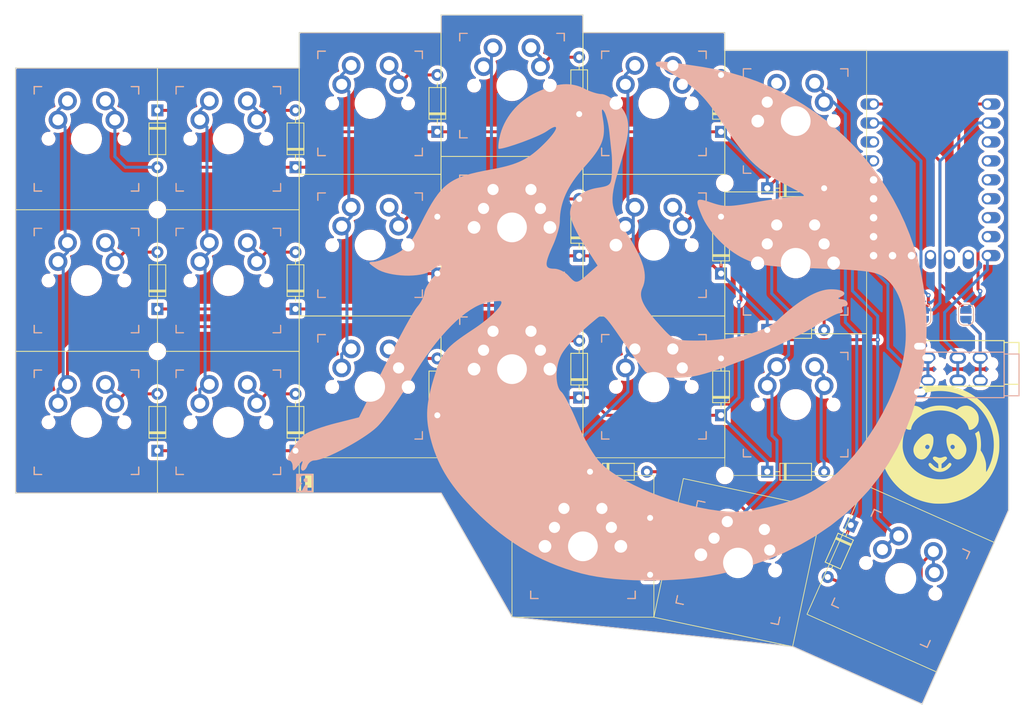
<source format=kicad_pcb>
(kicad_pcb (version 20221018) (generator pcbnew)
  (layers (0 "F.Cu" signal) (31 "B.Cu" signal) (34 "B.Paste" user) (35 "F.Paste" user) (36 "B.SilkS" user "B.Silkscreen") (37 "F.SilkS" user "F.Silkscreen") (38 "B.Mask" user) (39 "F.Mask" user) (44 "Edge.Cuts" user))
  (net 0 "")
  (net 1 "l0")
  (net 2 "Net-(D1-A)")
  (net 3 "Net-(D2-A)")
  (net 4 "Net-(D3-A)")
  (net 5 "Net-(D4-A)")
  (net 6 "Net-(D5-A)")
  (net 7 "l1")
  (net 8 "Net-(D6-A)")
  (net 9 "Net-(D7-A)")
  (net 10 "Net-(D8-A)")
  (net 11 "Net-(D9-A)")
  (net 12 "Net-(D10-A)")
  (net 13 "l2")
  (net 14 "Net-(D11-A)")
  (net 15 "Net-(D12-A)")
  (net 16 "Net-(D13-A)")
  (net 17 "Net-(D14-A)")
  (net 18 "Net-(D15-A)")
  (net 19 "l3")
  (net 20 "Net-(D16-A)")
  (net 21 "Net-(D17-A)")
  (net 22 "Net-(D18-A)")
  (net 23 "com_1")
  (net 24 "com_2")
  (net 25 "+5V")
  (net 26 "GND")
  (net 27 "5V_left")
  (net 28 "GND_left")
  (net 29 "5V_right")
  (net 30 "GND_right")
  (net 31 "c0")
  (net 32 "c1")
  (net 33 "c2")
  (net 34 "c3")
  (net 35 "c4")
  (net 48 "Net-(D19-A)")
  (net 49 "Net-(D20-A)")
  (net 50 "Net-(D21-A)")
  (net 51 "c5")
  (footprint "lib:SW_MX_reversible" (layer "F.Cu") (at 153 176.125)
    (fp_text reference "SW21" hide)
    (fp_text value "SW_SPST" hide)
  )
  (footprint "Diode_THT:D_DO-35_SOD27_P7.62mm_Horizontal" (layer "F.Cu") (at 238 137.185 90)
    (fp_text reference "D4" hide)
    (fp_text value "1N4148" hide)
  )
  (footprint "Diode_THT:D_DO-35_SOD27_P7.62mm_Horizontal" (layer "F.Cu") (at 244.19 163.75)
    (fp_text reference "D10" hide)
    (fp_text value "1N4148" hide)
  )
  (footprint "MountingHole:MountingHole_2.2mm_M2" (layer "F.Cu") (at 238.5 144.0625)
    (fp_text reference "H3" hide)
    (fp_text value "MountingHole" hide)
  )
  (footprint "Diode_THT:D_DO-35_SOD27_P7.62mm_Horizontal" (layer "F.Cu") (at 219 134.81 90)
    (fp_text reference "D3" hide)
    (fp_text value "1N4148" hide)
  )
  (footprint "lib:SW_MX_reversible" (layer "F.Cu") (at 210 131)
    (fp_text reference "SW3" hide)
    (fp_text value "SW_SPST" hide)
  )
  (footprint "Diode_THT:D_DO-35_SOD27_P7.62mm_Horizontal" (layer "F.Cu") (at 219 172.81 90)
    (fp_text reference "D13" hide)
    (fp_text value "1N4148" hide)
  )
  (footprint "Diode_THT:D_DO-35_SOD27_P7.62mm_Horizontal" (layer "F.Cu") (at 181 160.935 90)
    (fp_text reference "D6" hide)
    (fp_text value "1N4148" hide)
  )
  (footprint "lib:SW_MX_reversible" (layer "F.Cu") (at 153 138.125)
    (fp_text reference "SW19" hide)
    (fp_text value "SW_SPST" hide)
  )
  (footprint "Diode_THT:D_DO-35_SOD27_P7.62mm_Horizontal" (layer "F.Cu") (at 200 137.185 90)
    (fp_text reference "D2" hide)
    (fp_text value "1N4148" hide)
  )
  (footprint "lib:SW_MX_reversible" (layer "F.Cu") (at 191 171.375)
    (fp_text reference "SW12" hide)
    (fp_text value "SW_SPST" hide)
  )
  (footprint "_mcu:rp2040-zero-tht" (layer "F.Cu") (at 266.05 143.625)
    (fp_text reference "U1" hide)
    (fp_text value "rp2040-zero" hide)
  )
  (footprint "lib:SW_MX_reversible" (layer "F.Cu") (at 262.0595 197.0463 -24)
    (fp_text reference "SW18" hide)
    (fp_text value "SW_SPST" hide)
  )
  (footprint "lib:SW_MX_reversible" (layer "F.Cu") (at 229 152.375)
    (fp_text reference "SW9" hide)
    (fp_text value "SW_SPST" hide)
  )
  (footprint "MountingHole:MountingHole_2.2mm_M2" (layer "F.Cu") (at 238.5 183.25)
    (fp_text reference "H1" hide)
    (fp_text value "MountingHole" hide)
  )
  (footprint "lib:SolderJumper-2_P1.3mm_Open_RoundedPad1.0x1.5mm" (layer "F.Cu") (at 270.8 161.7 -90)
    (fp_text reference "JP_L1" hide)
    (fp_text value "~" hide)
  )
  (footprint "Diode_THT:D_DO-35_SOD27_P7.62mm_Horizontal" (layer "F.Cu") (at 200 156.185 90)
    (fp_text reference "D7" hide)
    (fp_text value "1N4148" hide)
  )
  (footprint "lib:SW_MX_reversible" (layer "F.Cu") (at 172 176.125)
    (fp_text reference "SW11" hide)
    (fp_text value "SW_SPST" hide)
  )
  (footprint "Diode_THT:D_DO-35_SOD27_P7.62mm_Horizontal" (layer "F.Cu") (at 228.5 196.56 90)
    (fp_text reference "D16" hide)
    (fp_text value "1N4148" hide)
  )
  (footprint "lib:SW_MX_reversible" (layer "F.Cu") (at 219.5 192.75)
    (fp_text reference "SW16" hide)
    (fp_text value "SW_SPST" hide)
  )
  (footprint "Diode_THT:D_DO-35_SOD27_P7.62mm_Horizontal" (layer "F.Cu") (at 238 175.185 90)
    (fp_text reference "D14" hide)
    (fp_text value "1N4148" hide)
  )
  (footprint "Diode_THT:D_DO-35_SOD27_P7.62mm_Horizontal" (layer "F.Cu") (at 200 175.185 90)
    (fp_text reference "D12" hide)
    (fp_text value "1N4148" hide)
  )
  (footprint "Diode_THT:D_DO-35_SOD27_P7.62mm_Horizontal" (layer "F.Cu") (at 162.5 179.935 90)
    (fp_text reference "D21" hide)
    (fp_text value "1N4148" hide)
  )
  (footprint "lib:TRRS-PJ-320A_reversible_2" (layer "F.Cu") (at 275.9125 168.996 -90)
    (fp_text reference "J1" hide)
    (fp_text value "AudioJack4" hide)
  )
  (footprint "Diode_THT:D_DO-35_SOD27_P7.62mm_Horizontal" (layer "F.Cu") (at 255.3872 189.9051 -114)
    (fp_text reference "D18" hide)
    (fp_text value "1N4148" hide)
  )
  (footprint "lib:SW_MX_reversible" (layer "F.Cu") (at 248 154.75)
    (fp_text reference "SW10" hide)
    (fp_text value "SW_SPST" hide)
  )
  (footprint "Diode_THT:D_DO-35_SOD27_P7.62mm_Horizontal" (layer "F.Cu") (at 244.19 182.75)
    (fp_text reference "D15" hide)
    (fp_text value "1N4148" hide)
  )
  (footprint "Diode_THT:D_DO-35_SOD27_P7.62mm_Horizontal" (layer "F.Cu") (at 162.5 160.935 90)
    (fp_text reference "D20" hide)
    (fp_text value "1N4148" hide)
  )
  (footprint "Diode_THT:D_DO-35_SOD27_P7.62mm_Horizontal" (layer "F.Cu") (at 181 179.935 90)
    (fp_text reference "D11" hide)
    (fp_text value "1N4148" hide)
  )
  (footprint "lib:SW_MX_reversible" (layer "F.Cu") (at 172 157.125)
    (fp_text reference "SW6" hide)
    (fp_text value "SW_SPST" hide)
  )
  (footprint "MountingHole:MountingHole_2.2mm_M2" (layer "F.Cu") (at 162.5 166.625)
    (fp_text reference "H2" hide)
    (fp_text value "MountingHole" hide)
  )
  (footprint "Diode_THT:D_DO-35_SOD27_P7.62mm_Horizontal" (layer "F.Cu") (at 220.45 182.75)
    (fp_text reference "D17" hide)
    (fp_text value "1N4148" hide)
  )
  (footprint "lib:SW_MX_reversible" (layer "F.Cu") (at 153 157.125)
    (fp_text reference "SW20" hide)
    (fp_text value "SW_SPST" hide)
  )
  (footprint "lib:SW_MX_reversible" (layer "F.Cu") (at 248 173.75)
    (fp_text reference "SW15" hide)
    (fp_text value "SW_SPST" hide)
  )
  (footprint "Diode_THT:D_DO-35_SOD27_P7.62mm_Horizontal" (layer "F.Cu") (at 244.19 144.75)
    (fp_text reference "D5" hide)
    (fp_text value "1N4148" hide)
  )
  (footprint "lib:SW_MX_reversible" (layer "F.Cu") (at 210 150)
    (fp_text reference "SW8" hide)
    (fp_text value "SW_SPST" hide)
  )
  (footprint "lib:SW_MX_reversible" (layer "F.Cu") (at 210 169)
    (fp_text reference "SW13" hide)
    (fp_text value "SW_SPST" hide)
  )
  (footprint "lib:SW_MX_reversible" (layer "F.Cu") (at 240.2676 194.9328 -12)
    (fp_text reference "SW17" hide)
    (fp_text value "SW_SPST" hide)
  )
  (footprint "MountingHole:MountingHole_2.2mm_M2" (layer "F.Cu") (at 162.5 147.625)
    (fp_text reference "H4" hide)
    (fp_text value "MountingHole" hide)
  )
  (footprint "Diode_THT:D_DO-35_SOD27_P7.62mm_Horizontal" (layer "F.Cu") (at 238 156.185 90)
    (fp_text reference "D9" hide)
    (fp_text value "1N4148" hide)
  )
  (footprint "Diode_THT:D_DO-35_SOD27_P7.62mm_Horizontal" (layer "F.Cu") (at 162.5 134.315 -90)
    (fp_text reference "D19" hide)
    (fp_text value "1N4148" hide)
  )
  (footprint "lib:SW_MX_reversible" (layer "F.Cu") (at 191 152.375)
    (fp_text reference "SW7" hide)
    (fp_text value "SW_SPST" hide)
  )
  (footprint "lib:SolderJumper-2_P1.3mm_Open_RoundedPad1.0x1.5mm" (layer "F.Cu") (at 265.1 161.7 -90)
    (fp_text reference "JP_L2" hide)
    (fp_text value "~" hide)
  )
  (footprint "lib:SW_MX_reversible" (layer "F.Cu") (at 229 133.375)
    (fp_text reference "SW4" hide)
    (fp_text value "SW_SPST" hide)
  )
  (footprint "lib:SW_MX_reversible" (layer "F.Cu") (at 191 133.375)
    (fp_text reference "SW2" hide)
    (fp_text value "SW_SPST" hide)
  )
  (footprint "lib:SW_MX_reversible" (layer "F.Cu") (at 248 135.75)
    (fp_text reference "SW5" hide)
    (fp_text value "SW_SPST" hide)
  )
  (footprint "Diode_THT:D_DO-35_SOD27_P7.62mm_Horizontal" (layer "F.Cu") (at 219 153.81 90)
    (fp_text reference "D8" hide)
    (fp_text value "1N4148" hide)
  )
  (footprint "lib:SW_MX_reversible" (layer "F.Cu") (at 172 138.125)
    (fp_text reference "SW1" hide)
    (fp_text value "SW_SPST" hide)
  )
  (footprint "lib:SW_MX_reversible" (layer "F.Cu") (at 229 171.375)
    (fp_text reference "SW14" hide)
    (fp_text value "SW_SPST" hide)
  )
  (footprint "Diode_THT:D_DO-35_SOD27_P7.62mm_Horizontal" (layer "F.Cu") (at 181 141.935 90)
    (fp_text reference "D1" hide)
    (fp_text value "1N4148" hide)
  )
  (footprint "lib:SolderJumper-2_P1.3mm_Open_RoundedPad1.0x1.5mm" (layer "B.Cu") (at 270.8 161.7 -90)
    (fp_text reference "JP_R1" hide)
    (fp_text value "~" hide)
  )
  (footprint "lib:SolderJumper-2_P1.3mm_Open_RoundedPad1.0x1.5mm" (layer "B.Cu") (at 265.1 161.7 -90)
    (fp_text reference "JP_R2" hide)
    (fp_text value "~" hide)
  )
  (gr_poly (pts (xy 229.977182 127.768773) (xy 230.112924 127.772676) (xy 230.263195 127.780217) (xy 230.428613 127.791443) (xy 230.609794 127.806401) (xy 230.807356 127.825136) (xy 231.254094 127.874129) (xy 231.773765 127.938794) (xy 232.371308 128.019505) (xy 233.051662 128.116634) (xy 233.819765 128.230556) (xy 234.680558 128.361642) (xy 235.638979 128.510267) (xy 237.484517 128.848006) (xy 239.289675 129.276927) (xy 241.052466 129.794179) (xy 242.770906 130.396912) (xy 244.443008 131.082275) (xy 246.066788 131.847417) (xy 247.640259 132.689488) (xy 249.161436 133.605635) (xy 250.628333 134.59301) (xy 252.038965 135.648761) (xy 253.391345 136.770037) (xy 254.68349 137.953987) (xy 255.913412 139.197762) (xy 257.079126 140.498509) (xy 258.178647 141.853378) (xy 259.20999 143.259519) (xy 260.171167 144.714081) (xy 261.060195 146.214212) (xy 261.875087 147.757063) (xy 262.613857 149.339782) (xy 263.274521 150.959518) (xy 263.855092 152.613421) (xy 264.353584 154.298641) (xy 264.768014 156.012326) (xy 265.096393 157.751625) (xy 265.336738 159.513688) (xy 265.487063 161.295664) (xy 265.545381 163.094703) (xy 265.509707 164.907952) (xy 265.378056 166.732563) (xy 265.148443 168.565683) (xy 264.81888 170.404463) (xy 264.230793 172.853733) (xy 263.500945 175.196402) (xy 262.630415 177.431389) (xy 261.620283 179.557619) (xy 260.471626 181.574011) (xy 259.185525 183.479489) (xy 257.763058 185.272974) (xy 256.205305 186.953387) (xy 254.513345 188.519652) (xy 252.688256 189.970688) (xy 250.731118 191.305419) (xy 248.64301 192.522766) (xy 246.425011 193.621651) (xy 244.0782 194.600996) (xy 241.603656 195.459723) (xy 239.002459 196.196753) (xy 237.905358 196.449886) (xy 236.741256 196.671396) (xy 235.520712 196.861177) (xy 234.254288 197.019123) (xy 232.952546 197.145129) (xy 231.626045 197.23909) (xy 230.285347 197.3009) (xy 228.941012 197.330454) (xy 227.603603 197.327647) (xy 226.28368 197.292373) (xy 224.991803 197.224527) (xy 223.738534 197.124003) (xy 222.534434 196.990697) (xy 221.390063 196.824502) (xy 220.315984 196.625314) (xy 219.322756 196.393027) (xy 219.322754 196.393029) (xy 219.322753 196.393032) (xy 219.322751 196.393035) (xy 219.322749 196.393038) (xy 219.322747 196.39304) (xy 219.322745 196.393043) (xy 219.322743 196.393045) (xy 219.322741 196.393048) (xy 219.322739 196.39305) (xy 219.322736 196.393051) (xy 219.322734 196.393053) (xy 219.322732 196.393054) (xy 219.32273 196.393056) (xy 219.322729 196.393056) (xy 219.322728 196.393057) (xy 219.322727 196.393057) (xy 219.322726 196.393057) (xy 219.322725 196.393057) (xy 218.231077 196.086305) (xy 217.161776 195.744047) (xy 216.113812 195.365655) (xy 215.086177 194.950505) (xy 214.077862 194.497971) (xy 213.087858 194.007427) (xy 212.115157 193.478248) (xy 211.15875 192.909808) (xy 210.217627 192.301482) (xy 209.29078 191.652643) (xy 208.377201 190.962667) (xy 207.47588 190.230928) (xy 206.585808 189.456799) (xy 205.705978 188.639656) (xy 204.835379 187.778873) (xy 203.973003 186.873823) (xy 203.462245 186.308616) (xy 202.981368 185.748193) (xy 202.529522 185.190984) (xy 202.105857 184.635418) (xy 201.709522 184.079923) (xy 201.339665 183.522928) (xy 200.995437 182.962862) (xy 200.675985 182.398154) (xy 200.380461 181.827234) (xy 200.108012 181.248529) (xy 199.857788 180.66047) (xy 199.628939 180.061483) (xy 199.420612 179.45) (xy 199.231959 178.824448) (xy 199.062127 178.183257) (xy 198.910267 177.524855) (xy 198.819424 177.068471) (xy 198.745804 176.623244) (xy 198.689781 176.185555) (xy 198.651726 175.751785) (xy 198.632012 175.318318) (xy 198.63101 174.881533) (xy 198.649094 174.437813) (xy 198.686635 173.98354) (xy 198.744005 173.515094) (xy 198.821578 173.028859) (xy 198.919724 172.521215) (xy 199.038817 171.988544) (xy 199.179229 171.427227) (xy 199.341331 170.833647) (xy 199.525497 170.204185) (xy 199.732098 169.535223) (xy 199.896911 169.028801) (xy 200.059251 168.567162) (xy 200.223861 168.144778) (xy 200.395481 167.756119) (xy 200.578853 167.395657) (xy 200.77872 167.057862) (xy 200.999821 166.737207) (xy 201.246901 166.428162) (xy 201.524699 166.125198) (xy 201.837958 165.822787) (xy 202.191419 165.515399) (xy 202.589824 165.197505) (xy 203.037915 164.863578) (xy 203.540433 164.508088) (xy 204.10212 164.125505) (xy 204.727718 163.710303) (xy 205.178122 163.407045) (xy 205.610722 163.101749) (xy 206.023233 162.796715) (xy 206.413367 162.494239) (xy 206.778839 162.196621) (xy 207.117363 161.906158) (xy 207.426653 161.625149) (xy 207.704421 161.355892) (xy 207.948383 161.100686) (xy 208.156251 160.861828) (xy 208.32574 160.641617) (xy 208.454563 160.442351) (xy 208.540434 160.266328) (xy 208.566549 160.187751) (xy 208.581068 160.115847) (xy 208.583706 160.050902) (xy 208.574177 159.993205) (xy 208.552195 159.943042) (xy 208.517475 159.900702) (xy 208.507793 159.894088) (xy 208.493945 159.888324) (xy 208.454218 159.879304) (xy 208.399217 159.873561) (xy 208.329868 159.871013) (xy 208.247093 159.871578) (xy 208.151816 159.875177) (xy 208.044963 159.881728) (xy 207.927456 159.891149) (xy 207.80022 159.903359) (xy 207.664179 159.918278) (xy 207.369376 159.955916) (xy 207.05044 160.003412) (xy 206.714764 160.060118) (xy 206.449533 160.116942) (xy 206.177896 160.19363) (xy 205.900173 160.289862) (xy 205.616684 160.405318) (xy 205.327747 160.53968) (xy 205.033682 160.692626) (xy 204.431447 161.052998) (xy 203.812534 161.483875) (xy 203.179497 161.982702) (xy 202.534893 162.546922) (xy 201.881278 163.173978) (xy 201.221206 163.861313) (xy 200.557233 164.60637) (xy 199.891914 165.406593) (xy 199.227806 166.259425) (xy 198.567463 167.162309) (xy 197.913441 168.112688) (xy 197.268296 169.108005) (xy 196.634583 170.145704) (xy 196.013536 171.165132) (xy 195.360777 172.185208) (xy 194.695841 173.178671) (xy 194.03826 174.118257) (xy 193.407567 174.976704) (xy 192.823296 175.726749) (xy 192.30498 176.341131) (xy 192.076659 176.588928) (xy 191.872151 176.792586) (xy 191.501561 177.116913) (xy 191.060582 177.461688) (xy 190.55995 177.821203) (xy 190.010405 178.189748) (xy 189.422683 178.561615) (xy 188.807522 178.931096) (xy 188.17566 179.292481) (xy 187.537835 179.640063) (xy 186.904783 179.968131) (xy 186.287242 180.270979) (xy 185.695951 180.542897) (xy 185.141646 180.778176) (xy 184.635066 180.971109) (xy 184.186947 181.115986) (xy 183.808028 181.207098) (xy 183.509046 181.238737) (xy 183.475928 181.239638) (xy 183.442545 181.242309) (xy 183.408957 181.246707) (xy 183.37522 181.252788) (xy 183.341393 181.260508) (xy 183.307533 181.269822) (xy 183.239949 181.293059) (xy 183.172929 181.322144) (xy 183.106939 181.356725) (xy 183.04244 181.396449) (xy 182.979896 181.440964) (xy 182.91977 181.489916) (xy 182.862526 181.542952) (xy 182.808626 181.59972) (xy 182.758535 181.659866) (xy 182.712714 181.723037) (xy 182.671628 181.788881) (xy 182.63574 181.857045) (xy 182.61989 181.891887) (xy 182.605512 181.927176) (xy 182.569533 182.015071) (xy 182.531654 182.096674) (xy 182.49214 182.172022) (xy 182.451258 182.241156) (xy 182.409271 182.304114) (xy 182.366445 182.360936) (xy 182.323046 182.41166) (xy 182.279338 182.456326) (xy 182.235586 182.494973) (xy 182.192057 182.52764) (xy 182.149014 182.554366) (xy 182.106724 182.57519) (xy 182.065451 182.590151) (xy 182.02546 182.599289) (xy 181.987017 182.602642) (xy 181.950387 182.600249) (xy 181.915835 182.592151) (xy 181.883627 182.578385) (xy 181.854026 182.558991) (xy 181.827299 182.534009) (xy 181.803711 182.503476) (xy 181.783527 182.467433) (xy 181.767012 182.425918) (xy 181.754431 182.37897) (xy 181.74605 182.326629) (xy 181.742133 182.268934) (xy 181.742946 182.205924) (xy 181.748753 182.137637) (xy 181.759822 182.064114) (xy 181.776415 181.985393) (xy 181.798799 181.901513) (xy 181.827238 181.812514) (xy 181.8657 181.698108) (xy 181.896578 181.599571) (xy 181.919579 181.516974) (xy 181.934411 181.450392) (xy 181.938671 181.423129) (xy 181.94078 181.399896) (xy 181.940699 181.380705) (xy 181.938392 181.365562) (xy 181.933824 181.354478) (xy 181.926956 181.347461) (xy 181.917753 181.344522) (xy 181.906178 181.345668) (xy 181.892194 181.350909) (xy 181.875765 181.360255) (xy 181.856854 181.373714) (xy 181.835424 181.391296) (xy 181.784861 181.438864) (xy 181.723784 181.503033) (xy 181.6519 181.583875) (xy 181.568915 181.681464) (xy 181.474536 181.795873) (xy 181.368471 181.927176) (xy 181.251656 182.071802) (xy 181.147682 182.197563) (xy 181.055796 182.304574) (xy 180.975244 182.39295) (xy 180.905272 182.462806) (xy 180.874018 182.490825) (xy 180.845126 182.514257) (xy 180.818503 182.533116) (xy 180.794053 182.547418) (xy 180.771683 182.557176) (xy 180.751299 182.562405) (xy 180.732806 182.563119) (xy 180.716109 182.559332) (xy 180.701116 182.55106) (xy 180.687731 182.538316) (xy 180.675861 182.521115) (xy 180.66541 182.49947) (xy 180.656285 182.473398) (xy 180.648392 182.442911) (xy 180.641637 182.408025) (xy 180.635924 182.368753) (xy 180.627252 182.277111) (xy 180.621622 182.168101) (xy 180.61828 182.041838) (xy 180.614167 181.96002) (xy 180.605258 181.880495) (xy 180.591807 181.803677) (xy 180.574066 181.729976) (xy 180.55229 181.659805) (xy 180.52673 181.593575) (xy 180.497641 181.531698) (xy 180.465275 181.474586) (xy 180.429886 181.42265) (xy 180.391726 181.376304) (xy 180.351049 181.335958) (xy 180.329846 181.318163) (xy 180.308108 181.302024) (xy 180.285868 181.28759) (xy 180.263156 181.274913) (xy 180.240005 181.264046) (xy 180.216446 181.255039) (xy 180.192511 181.247944) (xy 180.168231 181.242813) (xy 180.143639 181.239696) (xy 180.118765 181.238646) (xy 180.059445 181.230748) (xy 180.013716 181.207625) (xy 179.981046 181.170138) (xy 179.960901 181.119143) (xy 179.952751 181.055499) (xy 179.95606 180.980066) (xy 179.970298 180.8937) (xy 179.99493 180.797262) (xy 180.029424 180.691609) (xy 180.073248 180.577599) (xy 180.186752 180.327946) (xy 180.33118 180.05517) (xy 180.50227 179.766138) (xy 180.695759 179.467719) (xy 180.907386 179.166781) (xy 181.132887 178.870191) (xy 181.368001 178.584817) (xy 181.608466 178.317527) (xy 181.850019 178.075188) (xy 181.969872 177.965522) (xy 182.088399 177.86467) (xy 182.205066 177.773489) (xy 182.319341 177.692839) (xy 182.439943 177.619204) (xy 182.588483 177.53973) (xy 182.762859 177.455165) (xy 182.960965 177.366257) (xy 183.419955 177.178406) (xy 183.94862 176.982166) (xy 184.530126 176.783524) (xy 185.147641 176.588466) (xy 185.784331 176.40298) (xy 186.423364 176.233053) (xy 189.500188 175.456564) (xy 192.969705 168.527365) (xy 194.386261 165.760181) (xy 195.678459 163.348067) (xy 196.233327 162.35618) (xy 196.703589 161.550283) (xy 197.071406 160.962783) (xy 197.318939 160.626089) (xy 197.408901 160.522331) (xy 197.497024 160.412199) (xy 197.582823 160.296658) (xy 197.665814 160.176675) (xy 197.745509 160.053216) (xy 197.821425 159.927245) (xy 197.893074 159.79973) (xy 197.959973 159.671637) (xy 198.021635 159.54393) (xy 198.077574 159.417577) (xy 198.127306 159.293543) (xy 198.170345 159.172794) (xy 198.206205 159.056296) (xy 198.234401 158.945014) (xy 198.254447 158.839916) (xy 198.265858 158.741966) (xy 198.279541 158.641918) (xy 198.306261 158.530668) (xy 198.345308 158.409388) (xy 198.395972 158.279252) (xy 198.457541 158.141433) (xy 198.529305 157.997104) (xy 198.610554 157.847437) (xy 198.700578 157.693607) (xy 198.798666 157.536787) (xy 198.904108 157.378148) (xy 199.016193 157.218865) (xy 199.134211 157.06011) (xy 199.257451 156.903056) (xy 199.385203 156.748877) (xy 199.516757 156.598746) (xy 199.651402 156.453835) (xy 199.8898 156.197246) (xy 200.090391 155.965504) (xy 200.253692 155.759415) (xy 200.380221 155.579782) (xy 200.429857 155.500139) (xy 200.470495 155.427412) (xy 200.502198 155.361702) (xy 200.525032 155.303108) (xy 200.53906 155.251733) (xy 200.544349 155.207676) (xy 200.540961 155.171038) (xy 200.528963 155.14192) (xy 200.508419 155.120422) (xy 200.479393 155.106646) (xy 200.44195 155.10069) (xy 200.396155 155.102657) (xy 200.342072 155.112646) (xy 200.279767 155.130759) (xy 200.209304 155.157096) (xy 200.130747 155.191757) (xy 200.044161 155.234843) (xy 199.949611 155.286455) (xy 199.736878 155.415658) (xy 199.493065 155.580172) (xy 199.218689 155.7808) (xy 199.08374 155.872989) (xy 198.932344 155.958398) (xy 198.76553 156.03706) (xy 198.584327 156.109009) (xy 198.182874 156.232907) (xy 197.73622 156.330363) (xy 197.2526 156.401652) (xy 196.740249 156.447044) (xy 196.207401 156.466814) (xy 195.662293 156.461233) (xy 195.11316 156.430575) (xy 194.568236 156.375113) (xy 194.035757 156.295118) (xy 193.523957 156.190865) (xy 193.041073 156.062625) (xy 192.595338 155.910671) (xy 192.194989 155.735276) (xy 192.014407 155.638873) (xy 191.84826 155.536713) (xy 191.652171 155.405438) (xy 191.479543 155.286646) (xy 191.330077 155.179777) (xy 191.203475 155.084274) (xy 191.099439 154.999581) (xy 191.017671 154.925138) (xy 190.985044 154.891586) (xy 190.957873 154.860388) (xy 190.949139 154.848779) (xy 214.636628 154.848779) (xy 214.637066 154.939182) (xy 214.644786 155.021956) (xy 214.659802 155.097379) (xy 214.682126 155.165729) (xy 214.711771 155.227284) (xy 214.748751 155.282319) (xy 214.793079 155.331114) (xy 214.844767 155.373944) (xy 214.903829 155.411089) (xy 214.970278 155.442824) (xy 215.044127 155.469428) (xy 215.214077 155.508352) (xy 215.413783 155.530078) (xy 215.643351 155.536827) (xy 215.757299 155.54159) (xy 215.876508 155.555563) (xy 216 155.578276) (xy 216.126798 155.609259) (xy 216.255923 155.648041) (xy 216.386399 155.694151) (xy 216.517247 155.747119) (xy 216.647491 155.806473) (xy 216.776151 155.871744) (xy 216.902251 155.94246) (xy 217.024813 156.018151) (xy 217.142859 156.098347) (xy 217.255412 156.182576) (xy 217.361493 156.270368) (xy 217.460126 156.361252) (xy 217.550333 156.454758) (xy 217.733305 156.65536) (xy 217.897111 156.828772) (xy 217.972951 156.905185) (xy 218.045347 156.974687) (xy 218.114751 157.037238) (xy 218.181611 157.0928) (xy 218.246376 157.141335) (xy 218.309498 157.182806) (xy 218.371424 157.217173) (xy 218.432606 157.244399) (xy 218.493491 157.264446) (xy 218.55453 157.277274) (xy 218.616173 157.282847) (xy 218.678869 157.281126) (xy 218.743068 157.272073) (xy 218.809219 157.255649) (xy 218.877772 157.231817) (xy 218.949176 157.200538) (xy 219.023881 157.161774) (xy 219.102337 157.115487) (xy 219.184993 157.061638) (xy 219.272298 157.00019) (xy 219.364704 156.931105) (xy 219.462658 156.854344) (xy 219.677011 156.677641) (xy 219.918955 156.469777) (xy 220.192087 156.230446) (xy 220.19195 156.230461) (xy 221.456812 155.117241) (xy 219.618242 152.272637) (xy 219.424884 151.966983) (xy 219.238341 151.659272) (xy 218.888826 151.044724) (xy 218.575945 150.443095) (xy 218.305945 149.868486) (xy 218.188976 149.59572) (xy 218.08507 149.334996) (xy 217.995008 149.088079) (xy 217.919569 148.856729) (xy 217.859536 148.642709) (xy 217.815688 148.447783) (xy 217.788807 148.273713) (xy 217.779673 148.122261) (xy 217.783799 147.960164) (xy 217.796106 147.800634) (xy 217.816488 147.643772) (xy 217.844841 147.489675) (xy 217.881057 147.338443) (xy 217.925031 147.190175) (xy 217.976658 147.044968) (xy 218.035831 146.902923) (xy 218.102446 146.764137) (xy 218.176395 146.62871) (xy 218.257573 146.49674) (xy 218.345875 146.368326) (xy 218.441194 146.243567) (xy 218.543426 146.122562) (xy 218.652463 146.00541) (xy 218.768201 145.892208) (xy 218.890533 145.783057) (xy 219.019354 145.678055) (xy 219.154559 145.577301) (xy 219.29604 145.480893) (xy 219.443693 145.38893) (xy 219.597411 145.301512) (xy 219.757089 145.218736) (xy 219.922621 145.140703) (xy 220.093902 145.067509) (xy 220.270825 144.999255) (xy 220.453285 144.93604) (xy 220.641176 144.877961) (xy 220.834392 144.825118) (xy 221.032827 144.777609) (xy 221.236376 144.735533) (xy 221.444933 144.69899) (xy 221.751844 144.648467) (xy 222.022983 144.599443) (xy 222.260682 144.549545) (xy 222.467274 144.496402) (xy 222.559634 144.467872) (xy 222.645092 144.437641) (xy 222.723939 144.405412) (xy 222.796468 144.370889) (xy 222.862969 144.333775) (xy 222.923734 144.293773) (xy 222.979054 144.250588) (xy 223.029223 144.203923) (xy 223.07453 144.15348) (xy 223.115267 144.098964) (xy 223.151726 144.040078) (xy 223.184199 143.976525) (xy 223.212977 143.908009) (xy 223.238352 143.834233) (xy 223.260615 143.7549) (xy 223.280058 143.669715) (xy 223.311648 143.4806) (xy 223.335457 143.264515) (xy 223.353817 143.019087) (xy 223.369059 142.741945) (xy 223.383432 142.389255) (xy 223.392786 142.02401) (xy 223.397209 141.656794) (xy 223.396789 141.298191) (xy 223.391612 140.958783) (xy 223.381767 140.649154) (xy 223.367341 140.379887) (xy 223.348421 140.161565) (xy 223.216733 138.931983) (xy 223.044092 137.264745) (xy 222.993845 136.851409) (xy 222.928215 136.43523) (xy 222.849981 136.027502) (xy 222.761917 135.639522) (xy 222.666802 135.282583) (xy 222.567412 134.967981) (xy 222.516982 134.830086) (xy 222.466524 134.707011) (xy 222.416386 134.600168) (xy 222.366915 134.510969) (xy 222.303676 134.411606) (xy 222.274761 134.369213) (xy 222.247638 134.331736) (xy 222.222298 134.299219) (xy 222.198733 134.271705) (xy 222.176933 134.249238) (xy 222.156892 134.23186) (xy 222.138599 134.219615) (xy 222.122047 134.212546) (xy 222.114421 134.210966) (xy 222.107226 134.210697) (xy 222.100463 134.211743) (xy 222.09413 134.21411) (xy 222.088225 134.217804) (xy 222.082748 134.222829) (xy 222.073072 134.236898) (xy 222.065095 134.256359) (xy 222.058806 134.281255) (xy 222.054199 134.311631) (xy 222.051264 134.347529) (xy 222.049992 134.388993) (xy 222.050376 134.436066) (xy 222.052406 134.48879) (xy 222.056075 134.54721) (xy 222.068292 134.68131) (xy 222.086959 134.83871) (xy 222.112008 135.019757) (xy 222.143371 135.224796) (xy 222.180979 135.454176) (xy 222.250428 135.91621) (xy 222.297033 136.351435) (xy 222.319157 136.764044) (xy 222.315164 137.158226) (xy 222.283416 137.538173) (xy 222.256622 137.724119) (xy 222.222276 137.908077) (xy 222.180173 138.090572) (xy 222.130109 138.272128) (xy 222.071879 138.453269) (xy 222.005278 138.634518) (xy 221.930101 138.8164) (xy 221.846145 138.999438) (xy 221.651075 139.371079) (xy 221.418429 139.753632) (xy 221.146573 140.151288) (xy 220.833869 140.568239) (xy 220.47868 141.008675) (xy 220.07937 141.476788) (xy 219.634302 141.97677) (xy 219.236464 142.429691) (xy 218.865729 142.880062) (xy 218.521892 143.328343) (xy 218.204744 143.774998) (xy 217.914079 144.220487) (xy 217.649691 144.665273) (xy 217.411371 145.109816) (xy 217.198913 145.554578) (xy 217.01211 146.000022) (xy 216.850754 146.446608) (xy 216.71464 146.894798) (xy 216.603559 147.345055) (xy 216.517306 147.797838) (xy 216.455672 148.253612) (xy 216.418451 148.712836) (xy 216.405436 149.175972) (xy 216.400466 149.309817) (xy 216.386393 149.460276) (xy 216.363685 149.625701) (xy 216.332808 149.804445) (xy 216.294229 149.994861) (xy 216.248415 150.195302) (xy 216.195833 150.40412) (xy 216.136949 150.619669) (xy 216.002143 151.064371) (xy 215.847733 151.51623) (xy 215.764343 151.740725) (xy 215.677452 151.962068) (xy 215.587527 152.178613) (xy 215.495035 152.38871) (xy 215.287668 152.853153) (xy 215.108698 153.271547) (xy 214.958229 153.646112) (xy 214.836366 153.979068) (xy 214.743214 154.272633) (xy 214.678877 154.529028) (xy 214.643459 154.750471) (xy 214.636628 154.848779) (xy 190.949139 154.848779) (xy 190.936119 154.831474) (xy 190.919746 154.804774) (xy 190.908716 154.780218) (xy 190.902993 154.757737) (xy 190.902538 154.737261) (xy 190.907315 154.718721) (xy 190.917286 154.702046) (xy 190.932415 154.687167) (xy 190.952663 154.674015) (xy 190.977993 154.662519) (xy 191.008369 154.652609) (xy 191.043753 154.644217) (xy 191.129395 154.631705) (xy 191.234622 154.624425) (xy 191.359136 154.621819) (xy 191.45977 154.616567) (xy 191.577594 154.601776) (xy 191.711145 154.577935) (xy 191.85896 154.545534) (xy 192.019576 154.505061) (xy 192.19153 154.457006) (xy 192.373359 154.401859) (xy 192.5636 154.340109) (xy 192.963466 154.198756) (xy 193.379423 154.036863) (xy 193.799768 153.858344) (xy 194.007928 153.764074) (xy 194.212796 153.667114) (xy 194.511492 153.517625) (xy 194.787322 153.36812) (xy 195.043098 153.215293) (xy 195.281632 153.055837) (xy 195.505734 152.886446) (xy 195.613253 152.796991) (xy 195.718217 152.703813) (xy 195.82098 152.606497) (xy 195.921892 152.504631) (xy 196.021305 152.397801) (xy 196.11957 152.285594) (xy 196.314063 152.043395) (xy 196.508183 151.774728) (xy 196.704739 151.476286) (xy 196.906546 151.144762) (xy 197.116412 150.776849) (xy 197.337151 150.369242) (xy 197.571573 149.918633) (xy 197.822491 149.421715) (xy 198.307452 148.466856) (xy 198.76297 147.612323) (xy 199.198255 146.851057) (xy 199.622521 146.175997) (xy 200.04498 145.580085) (xy 200.258409 145.309602) (xy 200.474842 145.05626) (xy 200.695428 144.819174) (xy 200.92132 144.597463) (xy 201.153669 144.390244) (xy 201.393627 144.196634) (xy 201.642344 144.015752) (xy 201.900973 143.846715) (xy 202.170666 143.68864) (xy 202.452572 143.540645) (xy 202.747845 143.401848) (xy 203.057635 143.271365) (xy 203.725375 143.031816) (xy 204.465002 142.814937) (xy 205.285729 142.613669) (xy 206.196769 142.420954) (xy 207.207333 142.22973) (xy 207.851874 142.107517) (xy 208.450475 141.982121) (xy 209.007284 141.851524) (xy 209.526449 141.713703) (xy 210.012118 141.566641) (xy 210.46844 141.408316) (xy 210.899562 141.236708) (xy 211.309634 141.049799) (xy 211.702804 140.845567) (xy 212.083219 140.621992) (xy 212.455028 140.377055) (xy 212.822379 140.108736) (xy 213.189421 139.815014) (xy 213.560301 139.49387) (xy 213.939169 139.143284) (xy 214.330172 138.761235) (xy 214.670058 138.412245) (xy 214.96954 138.086503) (xy 215.228192 137.786026) (xy 215.445589 137.512828) (xy 215.621305 137.268924) (xy 215.754917 137.056329) (xy 215.845997 136.877059) (xy 215.875455 136.80055) (xy 215.894121 136.733127) (xy 215.901942 136.675044) (xy 215.898864 136.62655) (xy 215.884835 136.587899) (xy 215.859801 136.559342) (xy 215.823708 136.541131) (xy 215.776505 136.533518) (xy 215.718137 136.536754) (xy 215.648552 136.551093) (xy 215.567697 136.576784) (xy 215.475517 136.614081) (xy 215.256975 136.724499) (xy 214.992499 136.884361) (xy 214.681666 137.095681) (xy 214.453935 137.240155) (xy 214.154377 137.403023) (xy 213.793371 137.58046) (xy 213.381293 137.768643) (xy 212.445434 138.161948) (xy 211.429822 138.552346) (xy 210.417478 138.909243) (xy 209.491423 139.202046) (xy 209.086698 139.314853) (xy 208.734679 139.400163) (xy 208.445742 139.454154) (xy 208.230267 139.473001) (xy 208.220227 139.47106) (xy 208.211083 139.465301) (xy 208.202829 139.45582) (xy 208.195458 139.44271) (xy 208.188965 139.426068) (xy 208.183344 139.405988) (xy 208.178588 139.382565) (xy 208.174692 139.355896) (xy 208.169456 139.293194) (xy 208.167587 139.218645) (xy 208.169037 139.133008) (xy 208.17376 139.037045) (xy 208.181706 138.931516) (xy 208.192828 138.817182) (xy 208.207079 138.694805) (xy 208.224411 138.565145) (xy 208.244776 138.428963) (xy 208.268125 138.287019) (xy 208.294412 138.140076) (xy 208.323589 137.988893) (xy 208.436571 137.508005) (xy 208.581218 137.034172) (xy 208.756463 136.568694) (xy 208.961242 136.112872) (xy 209.19449 135.668007) (xy 209.45514 135.2354) (xy 209.742127 134.816353) (xy 210.054386 134.412167) (xy 210.390851 134.024143) (xy 210.750456 133.653581) (xy 211.132136 133.301784) (xy 211.534826 132.970052) (xy 211.957459 132.659686) (xy 212.398971 132.371988) (xy 212.858296 132.108258) (xy 213.334368 131.869798) (xy 213.837992 131.644038) (xy 214.321932 131.445245) (xy 214.787531 131.27333) (xy 215.236134 131.128204) (xy 215.669084 131.009779) (xy 216.087725 130.917966) (xy 216.493401 130.852676) (xy 216.887455 130.813821) (xy 217.271232 130.801312) (xy 217.646074 130.815061) (xy 218.013327 130.854978) (xy 218.374333 130.920975) (xy 218.730437 131.012964) (xy 219.082982 131.130855) (xy 219.433311 131.27456) (xy 219.78277 131.443991) (xy 219.921361 131.513832) (xy 220.065235 131.581714) (xy 220.213257 131.647287) (xy 220.364289 131.710199) (xy 220.670846 131.826631) (xy 220.97582 131.9282) (xy 221.124873 131.972532) (xy 221.270124 132.012094) (xy 221.410436 132.046533) (xy 221.544674 132.075499) (xy 221.671701 132.09864) (xy 221.790382 132.115605) (xy 221.899581 132.126041) (xy 221.998163 132.129598) (xy 222.04609 132.131353) (xy 222.096882 132.136559) (xy 222.20649 132.15698) (xy 222.325837 132.190176) (xy 222.453772 132.235458) (xy 222.589148 132.292138) (xy 222.730814 132.359529) (xy 222.87762 132.436942) (xy 223.028417 132.523689) (xy 223.182055 132.619084) (xy 223.337385 132.722438) (xy 223.493257 132.833063) (xy 223.648521 132.950272) (xy 223.802028 133.073377) (xy 223.952629 133.201689) (xy 224.099173 133.334521) (xy 224.240511 133.471185) (xy 224.388654 133.623945) (xy 224.527863 133.77729) (xy 224.658164 133.931676) (xy 224.779584 134.08756) (xy 224.892152 134.2454) (xy 224.995894 134.405652) (xy 225.090837 134.568774) (xy 225.177009 134.735223) (xy 225.254437 134.905455) (xy 225.323149 135.079928) (xy 225.383171 135.259099) (xy 225.434531 135.443424) (xy 225.477256 135.633362) (xy 225.511373 135.829368) (xy 225.53691 136.0319) (xy 225.553894 136.241415) (xy 225.562352 136.458371) (xy 225.562312 136.683223) (xy 225.5538 136.916429) (xy 225.536845 137.158447) (xy 225.511472 137.409733) (xy 225.477711 137.670744) (xy 225.385128 138.22377) (xy 225.259314 138.821181) (xy 225.100488 139.466634) (xy 224.908868 140.163786) (xy 224.684671 140.916291) (xy 224.11626 142.813864) (xy 223.896432 143.612755) (xy 223.720564 144.327685) (xy 223.589434 144.970632) (xy 223.503823 145.553572) (xy 223.464509 146.088483) (xy 223.472273 146.587342) (xy 223.494053 146.826995) (xy 223.527894 147.062126) (xy 223.632153 147.524812) (xy 223.785828 147.987379) (xy 223.9897 148.461802) (xy 224.244549 148.960059) (xy 224.551153 149.494127) (xy 224.910293 150.075984) (xy 225.322748 150.717606) (xy 225.7373 151.368903) (xy 226.112421 151.988077) (xy 226.44855 152.57664) (xy 226.746125 153.136106) (xy 227.005584 153.667991) (xy 227.227367 154.173808) (xy 227.411911 154.65507) (xy 227.559654 155.113293) (xy 227.671036 155.549989) (xy 227.746495 155.966674) (xy 227.78647 156.364861) (xy 227.791398 156.746064) (xy 227.761718 157.111797) (xy 227.697868 157.463574) (xy 227.600288 157.80291) (xy 227.469416 158.131317) (xy 227.418976 158.250487) (xy 227.376115 158.370349) (xy 227.340979 158.491187) (xy 227.313713 158.61328) (xy 227.294462 158.736911) (xy 227.28337 158.862359) (xy 227.280584 158.989907) (xy 227.286248 159.119835) (xy 227.300507 159.252426) (xy 227.323507 159.387958) (xy 227.355393 159.526715) (xy 227.396309 159.668978) (xy 227.446401 159.815026) (xy 227.505814 159.965142) (xy 227.574693 160.119607) (xy 227.653184 160.278702) (xy 227.741431 160.442708) (xy 227.83958 160.611906) (xy 227.947775 160.786577) (xy 228.066162 160.967003) (xy 228.334092 161.346244) (xy 228.644531 161.751876) (xy 228.99864 162.186151) (xy 229.39758 162.651316) (xy 229.842512 163.149622) (xy 230.334597 163.683317) (xy 230.570403 163.932737) (xy 230.786781 164.152751) (xy 230.989427 164.345186) (xy 231.08738 164.431633) (xy 231.184037 164.51187) (xy 231.280109 164.586125) (xy 231.376308 164.654627) (xy 231.473346 164.717604) (xy 231.571936 164.775284) (xy 231.67279 164.827896) (xy 231.776619 164.875668) (xy 231.884135 164.918828) (xy 231.996052 164.957605) (xy 232.11308 164.992226) (xy 232.235932 165.022921) (xy 232.36532 165.049916) (xy 232.501956 165.073442) (xy 232.646552 165.093725) (xy 232.799821 165.110995) (xy 232.962473 165.125479) (xy 233.135222 165.137406) (xy 233.513857 165.154502) (xy 233.941422 165.164108) (xy 234.423613 165.168051) (xy 234.966128 165.168158) (xy 235.819648 165.153522) (xy 236.663763 165.114107) (xy 237.494996 165.050801) (xy 238.30987 164.96449) (xy 239.104909 164.856062) (xy 239.876636 164.726403) (xy 240.621576 164.576401) (xy 241.336251 164.406943) (xy 242.017186 164.218915) (xy 242.660905 164.013204) (xy 243.263929 163.790698) (xy 243.822785 163.552284) (xy 244.333994 163.298848) (xy 244.794082 163.031277) (xy 245.19957 162.75046) (xy 245.546984 162.457281) (xy 246.08768 161.957927) (xy 246.61726 161.48978) (xy 247.135482 161.052981) (xy 247.642108 160.647669) (xy 248.136897 160.273982) (xy 248.61961 159.932059) (xy 249.090007 159.62204) (xy 249.547848 159.344065) (xy 249.992893 159.098271) (xy 250.424903 158.884798) (xy 250.843637 158.703786) (xy 251.248856 158.555373) (xy 251.64032 158.439698) (xy 252.017789 158.356902) (xy 252.381024 158.307121) (xy 252.729784 158.290497) (xy 253.037448 158.297323) (xy 253.319504 158.317098) (xy 253.57478 158.348769) (xy 253.802104 158.391281) (xy 254.000304 158.443581) (xy 254.168207 158.504614) (xy 254.240431 158.538076) (xy 254.304642 158.573326) (xy 254.360692 158.610233) (xy 254.408436 158.648665) (xy 254.447726 158.688489) (xy 254.478417 158.729575) (xy 254.500362 158.77179) (xy 254.513414 158.815002) (xy 254.517426 158.859081) (xy 254.512253 158.903894) (xy 254.497747 158.949309) (xy 254.473763 158.995195) (xy 254.440153 159.04142) (xy 254.396771 159.087852) (xy 254.343471 159.13436) (xy 254.280106 159.180811) (xy 254.20653 159.227074) (xy 254.122596 159.273018) (xy 254.028157 159.31851) (xy 253.923067 159.363419) (xy 253.892208 159.376289) (xy 253.86389 159.388971) (xy 253.838105 159.401454) (xy 253.814842 159.413728) (xy 253.794095 159.425783) (xy 253.775853 159.437609) (xy 253.760108 159.449195) (xy 253.746852 159.460532) (xy 253.736076 159.471609) (xy 253.727771 159.482415) (xy 253.721928 159.492941) (xy 253.718539 159.503177) (xy 253.717594 159.513112) (xy 253.719085 159.522735) (xy 253.723004 159.532038) (xy 253.729342 159.541009) (xy 253.738089 159.549639) (xy 253.749237 159.557917) (xy 253.762778 159.565832) (xy 253.778703 159.573376) (xy 253.797002 159.580537) (xy 253.817668 159.587306) (xy 253.840691 159.593671) (xy 253.866063 159.599624) (xy 253.893775 159.605153) (xy 253.923818 159.610249) (xy 253.956183 159.614901) (xy 253.990863 159.619099) (xy 254.067128 159.626094) (xy 254.152544 159.631149) (xy 254.230379 159.637244) (xy 254.304923 159.648154) (xy 254.376067 159.663551) (xy 254.443703 159.683106) (xy 254.50772 159.70649) (xy 254.56801 159.733376) (xy 254.624464 159.763435) (xy 254.676972 159.796338) (xy 254.725426 159.831757) (xy 254.769716 159.869363) (xy 254.809733 159.908829) (xy 254.845367 159.949825) (xy 254.876511 159.992023) (xy 254.903053 160.035094) (xy 254.924886 160.078711) (xy 254.9419 160.122545) (xy 254.953986 160.166266) (xy 254.961035 160.209547) (xy 254.962938 160.25206) (xy 254.959585 160.293475) (xy 254.950867 160.333465) (xy 254.936676 160.371701) (xy 254.916901 160.407854) (xy 254.891435 160.441596) (xy 254.860167 160.472598) (xy 254.822988 160.500532) (xy 254.77979 160.525071) (xy 254.730463 160.545884) (xy 254.674898 160.562643) (xy 254.612986 160.575021) (xy 254.544617 160.582689) (xy 254.469683 160.585318) (xy 254.445139 160.585918) (xy 254.421641 160.587699) (xy 254.399201 160.590631) (xy 254.377833 160.594685) (xy 254.35755 160.599832) (xy 254.338365 160.606041) (xy 254.32029 160.613284) (xy 254.303339 160.621532) (xy 254.287524 160.630754) (xy 254.272859 160.640922) (xy 254.259356 160.652006) (xy 254.247029 160.663976) (xy 254.235889 160.676803) (xy 254.225952 160.690459) (xy 254.217228 160.704912) (xy 254.209732 160.720135) (xy 254.203476 160.736097) (xy 254.198473 160.752769) (xy 254.194737 160.770122) (xy 254.192279 160.788126) (xy 254.191113 160.806752) (xy 254.191253 160.825971) (xy 254.19271 160.845753) (xy 254.195499 160.866068) (xy 254.199631 160.886887) (xy 254.20512 160.908182) (xy 254.211979 160.929921) (xy 254.220221 160.952077) (xy 254.229858 160.974619) (xy 254.240905 160.997519) (xy 254.253372 161.020746) (xy 254.267275 161.044272) (xy 254.280939 161.067797) (xy 254.29271 161.091025) (xy 254.302611 161.113924) (xy 254.310667 161.136467) (xy 254.316904 161.158622) (xy 254.321345 161.180362) (xy 254.324016 161.201657) (xy 254.32494 161.222477) (xy 254.324144 161.242792) (xy 254.321652 161.262574) (xy 254.317488 161.281793) (xy 254.311678 161.300419) (xy 254.304245 161.318424) (xy 254.295215 161.335777) (xy 254.284612 161.35245) (xy 254.272461 161.368412) (xy 254.258787 161.383635) (xy 254.243615 161.398089) (xy 254.226969 161.411745) (xy 254.208874 161.424573) (xy 254.189354 161.436543) (xy 254.168435 161.447627) (xy 254.146142 161.457795) (xy 254.122498 161.467018) (xy 254.097529 161.475266) (xy 254.071259 161.482509) (xy 254.043713 161.488719) (xy 254.014917 161.493866) (xy 253.984893 161.49792) (xy 253.953669 161.500852) (xy 253.921267 161.502633) (xy 253.887713 161.503233) (xy 253.850195 161.505556) (xy 253.806186 161.512447) (xy 253.699548 161.539482) (xy 253.56952 161.583427) (xy 253.417821 161.643372) (xy 253.246171 161.718406) (xy 253.05629 161.807619) (xy 252.849898 161.910099) (xy 252.628714 162.024937) (xy 252.394458 162.151222) (xy 252.148851 162.288042) (xy 251.63046 162.58965) (xy 251.0873 162.922476) (xy 250.533129 163.279234) (xy 249.937984 163.647962) (xy 249.217458 164.054003) (xy 247.465472 164.950482) (xy 245.407589 165.913584) (xy 243.174227 166.888221) (xy 240.895804 167.819307) (xy 238.702737 168.651753) (xy 236.725446 169.330475) (xy 235.858471 169.594973) (xy 235.094347 169.800383) (xy 234.590908 169.90998) (xy 234.065347 169.998393) (xy 233.523729 170.066067) (xy 232.972122 170.113449) (xy 232.416592 170.140987) (xy 231.863206 170.149126) (xy 231.318031 170.138314) (xy 230.787132 170.108998) (xy 230.276578 170.061623) (xy 229.792434 169.996638) (xy 229.340767 169.914488) (xy 228.927644 169.81562) (xy 228.559131 169.700481) (xy 228.241296 169.569519) (xy 227.980204 169.423179) (xy 227.872833 169.344382) (xy 227.781923 169.261908) (xy 227.704953 169.177716) (xy 227.605135 169.059555) (xy 227.343282 168.729969) (xy 227.009027 168.290431) (xy 226.615032 167.758225) (xy 226.173958 167.150633) (xy 225.698467 166.484937) (xy 225.20122 165.778422) (xy 224.69488 165.048369) (xy 223.892967 163.88916) (xy 223.563084 163.421753) (xy 223.274222 163.024003) (xy 223.021612 162.692053) (xy 222.800483 162.422045) (xy 222.606064 162.210125) (xy 222.433585 162.052434) (xy 222.354083 161.99272) (xy 222.278276 161.945117) (xy 222.20557 161.909143) (xy 222.135367 161.884316) (xy 222.067071 161.870154) (xy 222.000087 161.866175) (xy 221.933817 161.871897) (xy 221.867665 161.886837) (xy 221.801035 161.910514) (xy 221.733332 161.942446) (xy 221.592316 162.029145) (xy 221.439849 162.143077) (xy 221.271158 162.280386) (xy 220.358653 163.050488) (xy 219.54233 163.770172) (xy 218.820922 164.440744) (xy 218.193157 165.063515) (xy 217.913995 165.357383) (xy 217.657767 165.639792) (xy 217.424316 165.910904) (xy 217.213482 166.170883) (xy 217.025108 166.419893) (xy 216.859033 166.658098) (xy 216.7151 166.88566) (xy 216.593149 167.102743) (xy 216.44499 167.415837) (xy 216.316862 167.74839) (xy 216.208747 168.096112) (xy 216.120624 168.454715) (xy 216.052475 168.819909) (xy 216.00428 169.187407) (xy 215.97602 169.552918) (xy 215.967674 169.912154) (xy 215.979225 170.260827) (xy 216.010651 170.594647) (xy 216.061935 170.909325) (xy 216.133056 171.200572) (xy 216.223995 171.4641) (xy 216.334733 171.695619) (xy 216.39752 171.798035) (xy 216.46525 171.890841) (xy 216.537919 171.9735) (xy 216.615526 172.045477) (xy 216.691729 172.121293) (xy 216.781063 172.232326) (xy 216.882415 172.376409) (xy 216.994672 172.551376) (xy 217.11672 172.75506) (xy 217.247447 172.985295) (xy 217.385739 173.239915) (xy 217.530481 173.516752) (xy 217.834867 174.128412) (xy 218.151698 174.802944) (xy 218.472067 175.523014) (xy 218.787066 176.271292) (xy 219.127826 177.060872) (xy 219.502213 177.850062) (xy 219.899731 178.620819) (xy 220.309885 179.355097) (xy 220.722179 180.034853) (xy 221.126117 180.642042) (xy 221.321673 180.912785) (xy 221.511204 181.158619) (xy 221.693399 181.37729) (xy 221.866945 181.566542) (xy 222.521563 182.169977) (xy 223.305411 182.77157) (xy 224.204306 183.366172) (xy 225.204064 183.948631) (xy 226.290499 184.513798) (xy 227.449428 185.056522) (xy 228.666667 185.571653) (xy 229.92803 186.05404) (xy 231.219334 186.498533) (xy 232.526394 186.899982) (xy 233.835026 187.253236) (xy 235.131046 187.553145) (xy 236.400269 187.794559) (xy 237.628511 187.972327) (xy 238.801587 188.081299) (xy 239.905314 188.116324) (xy 240.464298 188.100627) (xy 241.059268 188.058408) (xy 241.684582 187.991126) (xy 242.334597 187.900241) (xy 243.003672 187.787211) (xy 243.686165 187.653496) (xy 244.376435 187.500555) (xy 245.068838 187.329847) (xy 245.757734 187.14283) (xy 246.437481 186.940965) (xy 247.102436 186.725711) (xy 247.746958 186.498526) (xy 248.365404 186.260869) (xy 248.952134 186.0142) (xy 249.501505 185.759979) (xy 250.007876 185.499663) (xy 250.619149 185.146849) (xy 251.227578 184.756158) (xy 251.832069 184.329397) (xy 252.431534 183.868374) (xy 253.024882 183.374895) (xy 253.611021 182.850768) (xy 254.757314 181.717799) (xy 255.861688 180.483925) (xy 256.91542 179.163603) (xy 257.909784 177.771293) (xy 258.836056 176.321451) (xy 259.685512 174.828537) (xy 260.449427 173.307009) (xy 261.119078 171.771324) (xy 261.685739 170.235941) (xy 262.140687 168.715317) (xy 262.323542 167.965059) (xy 262.475196 167.223912) (xy 262.59456 166.493684) (xy 262.680543 165.776182) (xy 262.732054 165.073214) (xy 262.748003 164.386587) (xy 262.732899 163.707898) (xy 262.69243 163.04934) (xy 262.627056 162.412094) (xy 262.537236 161.797344) (xy 262.423428 161.20627) (xy 262.286093 160.640056) (xy 262.125688 160.099882) (xy 261.942673 159.586931) (xy 261.737507 159.102384) (xy 261.510649 158.647424) (xy 261.262559 158.223234) (xy 260.993695 157.830993) (xy 260.704516 157.471886) (xy 260.395482 157.147093) (xy 260.067051 156.857797) (xy 259.719683 156.605179) (xy 259.514611 156.480808) (xy 259.29217 156.367459) (xy 259.046094 156.264355) (xy 258.770121 156.170715) (xy 258.457985 156.085761) (xy 258.103422 156.008713) (xy 257.700168 155.938794) (xy 257.241959 155.875223) (xy 256.72253 155.817223) (xy 256.135617 155.764013) (xy 255.474956 155.714815) (xy 254.734282 155.66885) (xy 253.907332 155.625339) (xy 252.987841 155.583503) (xy 250.846178 155.50174) (xy 248.60064 155.416587) (xy 246.789604 155.327991) (xy 245.34217 155.226441) (xy 244.187437 155.102429) (xy 243.697677 155.029027) (xy 243.254503 154.946444) (xy 242.849054 154.853491) (xy 242.472467 154.748979) (xy 242.11588 154.631719) (xy 241.770429 154.500523) (xy 241.077486 154.191567) (xy 240.626683 153.960201) (xy 240.180102 153.702321) (xy 239.739566 153.419799) (xy 239.306899 153.114507) (xy 238.883924 152.788315) (xy 238.472465 152.443097) (xy 238.074345 152.080723) (xy 237.691386 151.703065) (xy 237.325414 151.311995) (xy 236.97825 150.909385) (xy 236.651719 150.497107) (xy 236.347643 150.077031) (xy 236.067847 149.65103) (xy 235.814153 149.220976) (xy 235.588385 148.78874) (xy 235.392366 148.356194) (xy 235.228896 147.958603) (xy 235.091828 147.608165) (xy 234.982533 147.303138) (xy 234.90238 147.041781) (xy 234.873659 146.926935) (xy 234.852738 146.822353) (xy 234.839786 146.727818) (xy 234.834975 146.643112) (xy 234.838476 146.568018) (xy 234.850461 146.502318) (xy 234.8711 146.445794) (xy 234.900565 146.398228) (xy 234.939027 146.359403) (xy 234.986656 146.329102) (xy 235.043625 146.307106) (xy 235.110104 146.293198) (xy 235.186264 146.28716) (xy 235.272277 146.288774) (xy 235.368313 146.297824) (xy 235.474544 146.314091) (xy 235.718275 146.367405) (xy 236.004838 146.446977) (xy 236.335603 146.551064) (xy 236.711939 146.677925) (xy 237.024503 146.782482) (xy 237.318123 146.872891) (xy 237.598494 146.949102) (xy 237.871313 147.011063) (xy 238.142276 147.058722) (xy 238.41708 147.092028) (xy 238.70142 147.110929) (xy 239.000993 147.115374) (xy 239.321495 147.105311) (xy 239.668622 147.080689) (xy 240.048071 147.041457) (xy 240.465537 146.987562) (xy 240.926717 146.918953) (xy 241.437308 146.835579) (xy 242.629503 146.624329) (xy 243.45782 146.478085) (xy 244.291352 146.340761) (xy 245.883707 146.105149) (xy 246.597349 146.013001) (xy 247.225848 145.942049) (xy 247.746614 145.895364) (xy 248.137056 145.876015) (xy 248.3953 145.871086) (xy 248.61569 145.863092) (xy 248.796385 145.850025) (xy 248.871271 145.840962) (xy 248.935541 145.829877) (xy 248.988965 145.81652) (xy 249.031314 145.80064) (xy 249.062356 145.781985) (xy 249.081861 145.760306) (xy 249.087215 145.748253) (xy 249.089599 145.735349) (xy 249.085339 145.706866) (xy 249.06885 145.674604) (xy 249.039904 145.638314) (xy 248.998268 145.597742) (xy 248.943713 145.55264) (xy 248.876008 145.502755) (xy 248.794923 145.447837) (xy 248.59169 145.321897) (xy 248.332171 145.172813) (xy 248.014523 144.998575) (xy 247.636902 144.797176) (xy 246.694368 144.304863) (xy 245.992126 143.932668) (xy 245.34301 143.570777) (xy 244.740575 143.212932) (xy 244.178376 142.852877) (xy 243.649966 142.484353) (xy 243.148901 142.101103) (xy 242.668734 141.696871) (xy 242.203021 141.265399) (xy 241.745316 140.800429) (xy 241.289172 140.295705) (xy 240.828146 139.744969) (xy 240.35579 139.141964) (xy 239.86566 138.480433) (xy 239.351311 137.754118) (xy 238.806295 136.956763) (xy 238.224169 136.082109) (xy 237.470324 134.962166) (xy 237.121667 134.465755) (xy 236.7877 134.007254) (xy 236.46531 133.583316) (xy 236.151382 133.190594) (xy 235.842802 132.82574) (xy 235.536456 132.485407) (xy 235.22923 132.166247) (xy 234.918009 131.864915) (xy 234.599679 131.578061) (xy 234.271126 131.302339) (xy 233.929236 131.034401) (xy 233.570894 130.770901) (xy 233.192986 130.50849) (xy 232.792399 130.243822) (xy 232.229453 129.885089) (xy 231.688973 129.550422) (xy 231.183881 129.247146) (xy 230.727101 128.982587) (xy 230.331557 128.764068) (xy 230.010172 128.598915) (xy 229.77587 128.494451) (xy 229.695413 128.467267) (xy 229.641573 128.458002) (xy 229.621694 128.45744) (xy 229.602068 128.455771) (xy 229.582718 128.453023) (xy 229.563671 128.449223) (xy 229.54495 128.4444) (xy 229.52658 128.438581) (xy 229.508587 128.431793) (xy 229.490995 128.424063) (xy 229.473829 128.41542) (xy 229.457114 128.405891) (xy 229.440875 128.395504) (xy 229.425137 128.384286) (xy 229.409924 128.372264) (xy 229.395261 128.359467) (xy 229.381174 128.345922) (xy 229.367686 128.331656) (xy 229.354824 128.316697) (xy 229.342611 128.301072) (xy 229.331073 128.28481) (xy 229.320234 128.267937) (xy 229.31012 128.250481) (xy 229.300754 128.23247) (xy 229.292163 128.213932) (xy 229.28437 128.194894) (xy 229.277402 128.175383) (xy 229.271281 128.155427) (xy 229.266034 128.135053) (xy 229.261686 128.11429) (xy 229.25826 128.093165) (xy 229.255783 128.071705) (xy 229.254278 128.049938) (xy 229.253771 128.027891) (xy 229.256817 127.988742) (xy 229.266366 127.952624) (xy 229.283035 127.919585) (xy 229.294233 127.904235) (xy 229.307443 127.889671) (xy 229.340205 127.862929) (xy 229.381941 127.839405) (xy 229.433266 127.819147) (xy 229.494799 127.8022) (xy 229.567156 127.788611) (xy 229.650956 127.778427) (xy 229.746815 127.771695) (xy 229.855352 127.768462)) (fill solid) (layer "B.SilkS"))
  (gr_poly (pts (xy 268.056448 180.718574) (xy 268.083714 180.72234) (xy 268.108966 180.728671) (xy 268.132374 180.737567) (xy 268.154106 180.749027) (xy 268.174331 180.763051) (xy 268.193218 180.779638) (xy 268.210937 180.798787) (xy 268.217914 180.807309) (xy 268.224694 180.816043) (xy 268.231242 180.824924) (xy 268.237523 180.833888) (xy 268.243502 180.842871) (xy 268.249143 180.851807) (xy 268.254413 180.860633) (xy 268.259275 180.869284) (xy 268.263694 180.877696) (xy 268.267636 180.885804) (xy 268.271066 180.893544) (xy 268.273948 180.900851) (xy 268.276248 180.907661) (xy 268.27793 180.91391) (xy 268.278959 180.919532) (xy 268.279301 180.924465) (xy 268.278742 180.935372) (xy 268.277133 180.946769) (xy 268.27446 180.95867) (xy 268.270711 180.971091) (xy 268.265873 180.984044) (xy 268.259933 180.997543) (xy 268.252879 181.011603) (xy 268.244697 181.026238) (xy 268.235374 181.041461) (xy 268.224899 181.057288) (xy 268.200437 181.090804) (xy 268.17121 181.126901) (xy 268.137114 181.165688) (xy 268.098048 181.20728) (xy 268.053909 181.251787) (xy 268.004593 181.299323) (xy 267.95 181.35) (xy 267.890027 181.403929) (xy 267.82457 181.461224) (xy 267.753529 181.521996) (xy 267.6768 181.586357) (xy 267.538602 181.70127) (xy 267.538602 182.284316) (xy 267.63782 182.266982) (xy 267.685072 182.25704) (xy 267.732794 182.243639) (xy 267.780994 182.226775) (xy 267.82968 182.20644) (xy 267.878859 182.182631) (xy 267.928541 182.15534) (xy 267.978732 182.124562) (xy 268.029441 182.090292) (xy 268.080676 182.052524) (xy 268.132445 182.011252) (xy 268.184756 181.966471) (xy 268.237616 181.918175) (xy 268.291034 181.866358) (xy 268.345018 181.811015) (xy 268.399576 181.752141) (xy 268.454716 181.689728) (xy 268.478656 181.663224) (xy 268.502074 181.639779) (xy 268.513599 181.629202) (xy 268.525008 181.619387) (xy 268.536306 181.610334) (xy 268.547497 181.602041) (xy 268.558587 181.594508) (xy 268.569579 181.587734) (xy 268.58048 181.581718) (xy 268.591292 181.57646) (xy 268.602023 181.571958) (xy 268.612675 181.568211) (xy 268.623255 181.565219) (xy 268.633766 181.56298) (xy 268.644214 181.561495) (xy 268.654603 181.560762) (xy 268.664938 181.56078) (xy 268.675224 181.561549) (xy 268.685466 181.563067) (xy 268.695669 181.565333) (xy 268.705837 181.568348) (xy 268.715974 181.57211) (xy 268.726087 181.576618) (xy 268.73618 181.581871) (xy 268.746257 181.587868) (xy 268.756323 181.59461) (xy 268.766383 181.602094) (xy 268.776442 181.610319) (xy 268.786505 181.619286) (xy 268.796576 181.628994) (xy 268.807313 181.64034) (xy 268.817023 181.651893) (xy 268.8257 181.66367) (xy 268.833338 181.675687) (xy 268.839932 181.687962) (xy 268.845475 181.700512) (xy 268.849961 181.713352) (xy 268.853384 181.726501) (xy 268.855738 181.739975) (xy 268.857018 181.75379) (xy 268.857217 181.767964) (xy 268.856329 181.782513) (xy 268.854348 181.797455) (xy 268.851269 181.812806) (xy 268.847085 181.828582) (xy 268.84179 181.844802) (xy 268.835378 181.861481) (xy 268.827844 181.878637) (xy 268.819181 181.896286) (xy 268.809383 181.914446) (xy 268.798444 181.933132) (xy 268.786359 181.952362) (xy 268.773121 181.972154) (xy 268.758724 181.992522) (xy 268.743163 182.013486) (xy 268.726431 182.03506) (xy 268.68943 182.080111) (xy 268.647675 182.127809) (xy 268.601118 182.178289) (xy 268.519248 182.260482) (xy 268.434219 182.336959) (xy 268.346286 182.407624) (xy 268.255707 182.47238) (xy 268.162739 182.531133) (xy 268.067639 182.583786) (xy 267.970663 182.630244) (xy 267.87207 182.670411) (xy 267.772116 182.704192) (xy 267.671059 182.731489) (xy 267.569154 182.752209) (xy 267.46666 182.766255) (xy 267.363833 182.773531) (xy 267.260931 182.773941) (xy 267.158211 182.76739) (xy 267.055929 182.753783) (xy 267.055928 182.753798) (xy 266.985296 182.740252) (xy 266.915036 182.723491) (xy 266.845273 182.703582) (xy 266.776129 182.680594) (xy 266.707728 182.654596) (xy 266.640193 182.625656) (xy 266.573647 182.593842) (xy 266.508213 182.559224) (xy 266.444015 182.521868) (xy 266.381176 182.481844) (xy 266.319819 182.439221) (xy 266.260067 182.394066) (xy 266.202044 182.346447) (xy 266.145872 182.296435) (xy 266.091676 182.244096) (xy 266.039578 182.189499) (xy 265.994514 182.13896) (xy 265.954001 182.090706) (xy 265.918019 182.04468) (xy 265.886547 182.000819) (xy 265.859567 181.959065) (xy 265.837058 181.919357) (xy 265.819002 181.881634) (xy 265.805378 181.845838) (xy 265.800222 181.828644) (xy 265.796166 181.811908) (xy 265.793209 181.795624) (xy 265.791348 181.779784) (xy 265.79058 181.76438) (xy 265.790903 181.749405) (xy 265.792314 181.734851) (xy 265.794811 181.720712) (xy 265.798392 181.706978) (xy 265.803054 181.693644) (xy 265.808794 181.680701) (xy 265.815611 181.668142) (xy 265.823501 181.655959) (xy 265.832462 181.644145) (xy 265.842492 181.632692) (xy 265.853588 181.621593) (xy 265.864475 181.611653) (xy 265.87513 181.602552) (xy 265.885597 181.594309) (xy 265.895926 181.586944) (xy 265.906161 181.580477) (xy 265.916351 181.574927) (xy 265.926542 181.570314) (xy 265.936781 181.566658) (xy 265.947114 181.563978) (xy 265.957589 181.562294) (xy 265.968253 181.561627) (xy 265.979152 181.561994) (xy 265.990333 181.563417) (xy 266.001843 181.565915) (xy 266.01373 181.569507) (xy 266.026038 181.574214) (xy 266.038817 181.580055) (xy 266.052112 181.587049) (xy 266.06597 181.595217) (xy 266.080439 181.604579) (xy 266.095564 181.615152) (xy 266.111394 181.626959) (xy 266.127974 181.640018) (xy 266.145352 181.654348) (xy 266.163574 181.66997) (xy 266.182687 181.686904) (xy 266.223776 181.724784) (xy 266.268992 181.768146) (xy 266.31871 181.817147) (xy 266.36713 181.864335) (xy 266.41511 181.909039) (xy 266.462636 181.951249) (xy 266.509696 181.990957) (xy 266.556278 182.028155) (xy 266.602366 182.062834) (xy 266.64795 182.094988) (xy 266.693015 182.124606) (xy 266.737548 182.151681) (xy 266.781537 182.176205) (xy 266.824969 182.198169) (xy 266.86783 182.217566) (xy 266.910107 182.234386) (xy 266.951787 182.248622) (xy 266.992858 182.260265) (xy 267.033305 182.269307) (xy 267.12332 182.286666) (xy 267.105128 181.984897) (xy 267.09933 181.894859) (xy 267.09363 181.823448) (xy 267.087436 181.767969) (xy 267.083969 181.745362) (xy 267.080156 181.725728) (xy 267.075924 181.708729) (xy 267.071199 181.694029) (xy 267.065906 181.681291) (xy 267.059971 181.670178) (xy 267.053322 181.660354) (xy 267.045883 181.651481) (xy 267.037581 181.643223) (xy 267.028342 181.635242) (xy 266.932434 181.555239) (xy 266.834783 181.470864) (xy 266.739208 181.385687) (xy 266.649528 181.303275) (xy 266.569563 181.227197) (xy 266.503133 181.161021) (xy 266.454057 181.108317) (xy 266.437221 181.088132) (xy 266.426156 181.072652) (xy 266.415763 181.054913) (xy 266.406595 181.037346) (xy 266.398638 181.019975) (xy 266.391877 181.002827) (xy 266.386298 180.985927) (xy 266.381885 180.969301) (xy 266.378624 180.952975) (xy 266.376501 180.936973) (xy 266.3755 180.921323) (xy 266.375608 180.90605) (xy 266.376809 180.89118) (xy 266.379089 180.876737) (xy 266.382433 180.862748) (xy 266.386827 180.849239) (xy 266.392255 180.836236) (xy 266.398704 180.823763) (xy 266.406158 180.811847) (xy 266.414603 180.800513) (xy 266.424024 180.789788) (xy 266.434407 180.779697) (xy 266.445737 180.770265) (xy 266.457999 180.761518) (xy 266.471178 180.753482) (xy 266.485261 180.746183) (xy 266.500232 180.739647) (xy 266.516076 180.733898) (xy 266.53278 180.728964) (xy 266.550328 180.724869) (xy 266.568705 180.721639) (xy 266.587898 180.7193) (xy 266.60789 180.717878) (xy 266.628669 180.717398) (xy 266.64195 180.717797) (xy 266.656693 180.718973) (xy 266.672779 180.720894) (xy 266.690087 180.72353) (xy 266.708496 180.726851) (xy 266.727885 180.730824) (xy 266.748135 180.73542) (xy 266.769125 180.740607) (xy 266.812842 180.752631) (xy 266.858071 180.766649) (xy 266.903851 180.782413) (xy 266.949215 180.799677) (xy 267.000164 180.819232) (xy 267.048931 180.836183) (xy 267.095854 180.85053) (xy 267.141274 180.862273) (xy 267.185529 180.871413) (xy 267.228959 180.877949) (xy 267.271903 180.881882) (xy 267.314701 180.883213) (xy 267.357692 180.88194) (xy 267.401215 180.878066) (xy 267.44561 180.871589) (xy 267.491217 180.86251) (xy 267.538374 180.850829) (xy 267.587421 180.836546) (xy 267.638697 180.819662) (xy 267.692542 180.800177) (xy 267.745539 180.780838) (xy 267.795001 180.764068) (xy 267.841096 180.749867) (xy 267.883995 180.738234) (xy 267.923865 180.729168) (xy 267.960877 180.72267) (xy 267.995198 180.718738) (xy 268.026999 180.717373)) (fill solid) (layer "F.SilkS"))
  (gr_poly (pts (xy 267.508733 173.88669) (xy 267.646376 173.891286) (xy 267.780031 173.898913) (xy 267.910174 173.909674) (xy 268.037284 173.923672) (xy 268.161838 173.941012) (xy 268.284312 173.961797) (xy 268.405185 173.986132) (xy 268.524934 174.014119) (xy 268.644035 174.045863) (xy 268.762966 174.081467) (xy 268.882206 174.121036) (xy 269.00223 174.164673) (xy 269.123516 174.212482) (xy 269.246543 174.264567) (xy 269.371786 174.321031) (xy 269.60424 174.428867) (xy 269.689287 174.350273) (xy 269.767374 174.282189) (xy 269.848476 174.219378) (xy 269.932361 174.161907) (xy 270.018802 174.109841) (xy 270.107566 174.063244) (xy 270.198426 174.022181) (xy 270.291152 173.986718) (xy 270.385513 173.956919) (xy 270.48128 173.932851) (xy 270.578223 173.914577) (xy 270.676112 173.902163) (xy 270.774719 173.895674) (xy 270.873812 173.895176) (xy 270.973163 173.900732) (xy 271.072541 173.912409) (xy 271.171718 173.930271) (xy 271.22985 173.943601) (xy 271.286406 173.958652) (xy 271.341516 173.975498) (xy 271.395308 173.994212) (xy 271.447912 174.014868) (xy 271.499457 174.037537) (xy 271.550073 174.062295) (xy 271.599889 174.089213) (xy 271.649034 174.118366) (xy 271.697638 174.149826) (xy 271.745829 174.183667) (xy 271.793738 174.219961) (xy 271.841492 174.258784) (xy 271.889222 174.300206) (xy 271.937058 174.344303) (xy 271.985127 174.391146) (xy 272.051724 174.460535) (xy 272.113709 174.530904) (xy 272.171126 174.602356) (xy 272.224017 174.674996) (xy 272.272427 174.748927) (xy 272.316398 174.824253) (xy 272.355974 174.901078) (xy 272.391199 174.979505) (xy 272.422114 175.059639) (xy 272.448765 175.141584) (xy 272.471194 175.225443) (xy 272.489444 175.31132) (xy 272.503559 175.399319) (xy 272.513582 175.489544) (xy 272.519557 175.582098) (xy 272.521526 175.677087) (xy 272.520784 175.735214) (xy 272.518552 175.791582) (xy 272.514789 175.846339) (xy 272.509455 175.899639) (xy 272.502511 175.951631) (xy 272.493916 176.002468) (xy 272.48363 176.0523) (xy 272.471612 176.101279) (xy 272.457824 176.149555) (xy 272.442224 176.197282) (xy 272.424773 176.244608) (xy 272.405431 176.291686) (xy 272.384157 176.338667) (xy 272.360912 176.385703) (xy 272.335655 176.432944) (xy 272.308346 176.480541) (xy 272.270223 176.540554) (xy 272.227768 176.599547) (xy 272.18142 176.657193) (xy 272.131622 176.713166) (xy 272.078813 176.767138) (xy 272.023434 176.818783) (xy 271.965927 176.867773) (xy 271.906732 176.913782) (xy 271.846291 176.956483) (xy 271.785043 176.995549) (xy 271.723431 177.030653) (xy 271.661895 177.061468) (xy 271.600876 177.087667) (xy 271.540814 177.108923) (xy 271.482151 177.124909) (xy 271.453482 177.130824) (xy 271.425328 177.135299) (xy 271.393707 177.139015) (xy 271.364902 177.141198) (xy 271.338743 177.141725) (xy 271.326603 177.141327) (xy 271.315061 177.140468) (xy 271.304095 177.139131) (xy 271.293685 177.137302) (xy 271.283809 177.134964) (xy 271.274446 177.132102) (xy 271.265574 177.1287) (xy 271.257174 177.124742) (xy 271.249222 177.120212) (xy 271.241699 177.115095) (xy 271.234582 177.109376) (xy 271.227852 177.103038) (xy 271.221485 177.096065) (xy 271.215462 177.088443) (xy 271.209761 177.080154) (xy 271.204361 177.071185) (xy 271.19924 177.061518) (xy 271.194377 177.051139) (xy 271.189752 177.040031) (xy 271.185343 177.028178) (xy 271.177087 177.002178) (xy 271.169439 176.973012) (xy 271.162231 176.940556) (xy 271.141628 176.851173) (xy 271.116949 176.763126) (xy 271.088133 176.676317) (xy 271.055116 176.590648) (xy 271.017836 176.506023) (xy 270.97623 176.422343) (xy 270.930236 176.339513) (xy 270.87979 176.257434) (xy 270.824831 176.17601) (xy 270.765295 176.095143) (xy 270.70112 176.014736) (xy 270.632244 175.934692) (xy 270.558602 175.854913) (xy 270.480134 175.775302) (xy 270.396775 175.695762) (xy 270.308464 175.616196) (xy 270.077924 175.428099) (xy 269.835712 175.257349) (xy 269.582807 175.104124) (xy 269.320187 174.968603) (xy 269.048831 174.850965) (xy 268.769717 174.751387) (xy 268.483822 174.670048) (xy 268.192127 174.607126) (xy 267.895608 174.562801) (xy 267.595244 174.537249) (xy 267.292014 174.53065) (xy 266.986896 174.543182) (xy 266.680869 174.575024) (xy 266.37491 174.626353) (xy 266.069998 174.697348) (xy 265.767111 174.788187) (xy 265.624642 174.83821) (xy 265.48565 174.891837) (xy 265.350184 174.949036) (xy 265.21829 175.009777) (xy 265.090015 175.074029) (xy 264.965408 175.141759) (xy 264.844515 175.212937) (xy 264.727384 175.28753) (xy 264.614061 175.365509) (xy 264.504596 175.446841) (xy 264.399034 175.531495) (xy 264.297423 175.61944) (xy 264.199811 175.710644) (xy 264.106245 175.805076) (xy 264.016771 175.902705) (xy 263.931439 176.0035) (xy 263.888385 176.058191) (xy 263.846792 176.114527) (xy 263.80676 176.172296) (xy 263.768392 176.231286) (xy 263.731789 176.291285) (xy 263.697053 176.352081) (xy 263.664284 176.413462) (xy 263.633585 176.475216) (xy 263.605057 176.537132) (xy 263.578801 176.598996) (xy 263.554919 176.660598) (xy 263.533513 176.721726) (xy 263.514683 176.782167) (xy 263.498532 176.841709) (xy 263.485161 176.900141) (xy 263.474672 176.95725) (xy 263.472759 176.968366) (xy 263.470598 176.979413) (xy 263.468211 176.990325) (xy 263.465623 177.001032) (xy 263.462858 177.011469) (xy 263.459939 177.021567) (xy 263.456892 177.031259) (xy 263.45374 177.040477) (xy 263.450508 177.049153) (xy 263.447219 177.057221) (xy 263.443897 177.064611) (xy 263.440567 177.071258) (xy 263.437253 177.077093) (xy 263.433979 177.082049) (xy 263.430768 177.086058) (xy 263.427646 177.089053) (xy 263.422753 177.092709) (xy 263.417392 177.096201) (xy 263.405331 177.102687) (xy 263.391576 177.108501) (xy 263.376244 177.113632) (xy 263.35945 177.11807) (xy 263.341309 177.121803) (xy 263.321937 177.124821) (xy 263.301449 177.127114) (xy 263.27996 177.128671) (xy 263.257586 177.129481) (xy 263.234442 177.129534) (xy 263.210643 177.12882) (xy 263.186305 177.127327) (xy 263.161543 177.125045) (xy 263.136473 177.121964) (xy 263.111209 177.118073) (xy 263.111208 177.118072) (xy 263.076282 177.11101) (xy 263.041004 177.101663) (xy 263.005439 177.090101) (xy 262.969655 177.076393) (xy 262.933717 177.06061) (xy 262.897691 177.042819) (xy 262.861643 177.023092) (xy 262.82564 177.001498) (xy 262.754031 176.952985) (xy 262.683395 176.897837) (xy 262.614259 176.836611) (xy 262.547153 176.769863) (xy 262.482605 176.69815) (xy 262.421146 176.622028) (xy 262.363304 176.542052) (xy 262.309608 176.458781) (xy 262.260587 176.37277) (xy 262.216771 176.284576) (xy 262.178687 176.194755) (xy 262.146867 176.103864) (xy 262.134896 176.059792) (xy 262.124714 176.010413) (xy 262.116308 175.956441) (xy 262.109666 175.898587) (xy 262.104777 175.837566) (xy 262.101627 175.77409) (xy 262.100204 175.708872) (xy 262.100496 175.642625) (xy 262.102491 175.576061) (xy 262.106177 175.509895) (xy 262.111541 175.444838) (xy 262.118571 175.381603) (xy 262.127254 175.320904) (xy 262.137579 175.263453) (xy 262.149533 175.209964) (xy 262.163104 175.161149) (xy 262.191263 175.077292) (xy 262.222838 174.995701) (xy 262.257712 174.916445) (xy 262.295772 174.839592) (xy 262.336903 174.765212) (xy 262.38099 174.693373) (xy 262.427918 174.624144) (xy 262.477572 174.557594) (xy 262.529839 174.493793) (xy 262.584603 174.432809) (xy 262.641749 174.374711) (xy 262.701163 174.319568) (xy 262.762731 174.267448) (xy 262.826337 174.218422) (xy 262.891867 174.172558) (xy 262.959206 174.129924) (xy 263.028239 174.09059) (xy 263.098853 174.054624) (xy 263.170931 174.022096) (xy 263.244359 173.993075) (xy 263.319024 173.967629) (xy 263.394809 173.945827) (xy 263.4716 173.927739) (xy 263.549283 173.913432) (xy 263.627743 173.902977) (xy 263.706866 173.896442) (xy 263.786535 173.893897) (xy 263.866638 173.895409) (xy 263.947059 173.901048) (xy 264.027683 173.910882) (xy 264.108396 173.924982) (xy 264.189083 173.943415) (xy 264.235994 173.956074) (xy 264.28195 173.969823) (xy 264.327031 173.984704) (xy 264.371316 174.000761) (xy 264.414887 174.018033) (xy 264.457821 174.036565) (xy 264.500201 174.056396) (xy 264.542105 174.07757) (xy 264.583615 174.100129) (xy 264.624809 174.124113) (xy 264.665767 174.149566) (xy 264.706571 174.17653) (xy 264.7473 174.205045) (xy 264.788034 174.235155) (xy 264.828852 174.266901) (xy 264.869836 174.300324) (xy 265.03829 174.440837) (xy 265.13726 174.390478) (xy 265.233234 174.34441) (xy 265.345526 174.295123) (xy 265.469085 174.244507) (xy 265.598857 174.194455) (xy 265.729792 174.146859) (xy 265.856836 174.103612) (xy 265.974937 174.066606) (xy 266.079044 174.037733) (xy 266.24576 173.997539) (xy 266.402325 173.964383) (xy 266.55299 173.937761) (xy 266.702007 173.91717) (xy 266.853628 173.902104) (xy 267.012103 173.89206) (xy 267.181684 173.886533) (xy 267.366624 173.885019)) (fill solid) (layer "F.SilkS"))
  (gr_poly (pts (xy 268.982166 177.662666) (xy 269.011744 177.663581) (xy 269.038972 177.66497) (xy 269.064232 177.666916) (xy 269.087905 177.669498) (xy 269.110372 177.672798) (xy 269.132013 177.676895) (xy 269.153211 177.681871) (xy 269.174346 177.687805) (xy 269.1958 177.69478) (xy 269.217953 177.702874) (xy 269.241187 177.71217) (xy 269.265883 177.722747) (xy 269.321186 177.748067) (xy 269.374348 177.773831) (xy 269.426701 177.800677) (xy 269.478294 177.828642) (xy 269.529181 177.857763) (xy 269.579411 177.888077) (xy 269.629037 177.919621) (xy 269.67811 177.952431) (xy 269.72668 177.986545) (xy 269.7748 178.022) (xy 269.822521 178.058833) (xy 269.869895 178.09708) (xy 269.916971 178.136779) (xy 269.963803 178.177966) (xy 270.010441 178.220678) (xy 270.056937 178.264954) (xy 270.103342 178.310828) (xy 270.202477 178.414571) (xy 270.29519 178.519644) (xy 270.381364 178.625782) (xy 270.460881 178.732724) (xy 270.533622 178.840206) (xy 270.599469 178.947965) (xy 270.658305 179.055738) (xy 270.710012 179.163262) (xy 270.754472 179.270273) (xy 270.791567 179.37651) (xy 270.821178 179.481708) (xy 270.843189 179.585604) (xy 270.857481 179.687936) (xy 270.863936 179.788441) (xy 270.862436 179.886855) (xy 270.852864 179.982915) (xy 270.845223 180.031581) (xy 270.836481 180.079) (xy 270.826615 180.125231) (xy 270.815601 180.170332) (xy 270.803415 180.214362) (xy 270.790035 180.257379) (xy 270.775436 180.299442) (xy 270.759594 180.34061) (xy 270.742486 180.380941) (xy 270.724088 180.420493) (xy 270.704377 180.459325) (xy 270.683329 180.497496) (xy 270.660919 180.535064) (xy 270.637126 180.572088) (xy 270.611924 180.608626) (xy 270.58529 180.644736) (xy 270.533611 180.708093) (xy 270.478369 180.767377) (xy 270.419948 180.822427) (xy 270.358734 180.873081) (xy 270.295114 180.919179) (xy 270.229473 180.960559) (xy 270.162197 180.997059) (xy 270.09367 181.028517) (xy 270.02428 181.054774) (xy 269.954412 181.075667) (xy 269.884451 181.091034) (xy 269.849556 181.096596) (xy 269.814783 181.100715) (xy 269.780179 181.103373) (xy 269.745794 181.104548) (xy 269.711674 181.104221) (xy 269.677869 181.102371) (xy 269.644427 181.098979) (xy 269.611395 181.094024) (xy 269.578822 181.087486) (xy 269.546756 181.079345) (xy 269.546754 181.079345) (xy 269.517611 181.07068) (xy 269.489562 181.061356) (xy 269.462419 181.051249) (xy 269.435995 181.040239) (xy 269.410103 181.028203) (xy 269.384557 181.01502) (xy 269.359167 181.000568) (xy 269.333749 180.984726) (xy 269.308113 180.967371) (xy 269.282074 180.948383) (xy 269.255443 180.927638) (xy 269.228035 180.905016) (xy 269.19966 180.880394) (xy 269.170133 180.853652) (xy 269.139266 180.824667) (xy 269.106872 180.793317) (xy 269.013811 180.695093) (xy 268.923467 180.586018) (xy 268.836285 180.467192) (xy 268.75271 180.339716) (xy 268.673188 180.204689) (xy 268.598163 180.063212) (xy 268.528081 179.916385) (xy 268.463387 179.765308) (xy 268.404527 179.611082) (xy 268.351945 179.454806) (xy 268.327295 179.370295) (xy 268.731251 179.370295) (xy 268.731585 179.385265) (xy 268.73263 179.401813) (xy 268.734297 179.420189) (xy 268.736494 179.440642) (xy 268.739298 179.460659) (xy 268.743111 179.480065) (xy 268.747898 179.498841) (xy 268.753626 179.516968) (xy 268.760261 179.534428) (xy 268.76777 179.551199) (xy 268.776119 179.567265) (xy 268.785276 179.582605) (xy 268.795206 179.5972) (xy 268.805876 179.611031) (xy 268.817253 179.624079) (xy 268.829303 179.636324) (xy 268.841993 179.647749) (xy 268.855289 179.658333) (xy 268.869158 179.668057) (xy 268.883567 179.676902) (xy 268.898482 179.684849) (xy 268.913869 179.691879) (xy 268.929695 179.697973) (xy 268.945927 179.703111) (xy 268.962531 179.707275) (xy 268.979473 179.710445) (xy 268.996721 179.712602) (xy 269.014241 179.713727) (xy 269.031999 179.7138) (xy 269.049962 179.712803) (xy 269.068097 179.710717) (xy 269.08637 179.707522) (xy 269.104747 179.703199) (xy 269.123195 179.697729) (xy 269.141681 179.691092) (xy 269.160171 179.683271) (xy 269.160172 179.683269) (xy 269.16682 179.679957) (xy 269.17373 179.675979) (xy 269.180847 179.671387) (xy 269.188117 179.666235) (xy 269.195484 179.660576) (xy 269.202894 179.654461) (xy 269.210291 179.647945) (xy 269.217621 179.641081) (xy 269.224829 179.633921) (xy 269.231859 179.626518) (xy 269.238658 179.618925) (xy 269.24517 179.611195) (xy 269.25134 179.603382) (xy 269.257113 179.595538) (xy 269.262435 179.587716) (xy 269.26725 179.579969) (xy 269.27765 179.560904) (xy 269.286496 179.541623) (xy 269.293821 179.52218) (xy 269.299658 179.502629) (xy 269.30404 179.483024) (xy 269.307 179.463418) (xy 269.308571 179.443865) (xy 269.308785 179.42442) (xy 269.307676 179.405136) (xy 269.305276 179.386066) (xy 269.301618 179.367266) (xy 269.296736 179.348788) (xy 269.290661 179.330686) (xy 269.283427 179.313015) (xy 269.275067 179.295828) (xy 269.265614 179.279178) (xy 269.255099 179.263121) (xy 269.243558 179.247709) (xy 269.231021 179.232997) (xy 269.217523 179.219039) (xy 269.203095 179.205887) (xy 269.187771 179.193597) (xy 269.171584 179.182221) (xy 269.154567 179.171815) (xy 269.136752 179.162431) (xy 269.118173 179.154123) (xy 269.098861 179.146946) (xy 269.078851 179.140953) (xy 269.058175 179.136198) (xy 269.036865 179.132735) (xy 269.014955 179.130618) (xy 268.992478 179.1299) (xy 268.981332 179.130209) (xy 268.970397 179.13115) (xy 268.95963 179.132746) (xy 268.94899 179.13502) (xy 268.938434 179.137992) (xy 268.927921 179.141686) (xy 268.917407 179.146125) (xy 268.906851 179.151329) (xy 268.896211 179.157322) (xy 268.885444 179.164125) (xy 268.874509 179.171762) (xy 268.863362 179.180254) (xy 268.851963 179.189623) (xy 268.840268 179.199892) (xy 268.828236 179.211084) (xy 268.815825 179.22322) (xy 268.800533 179.238655) (xy 268.787044 179.252683) (xy 268.775264 179.265553) (xy 268.765105 179.277512) (xy 268.760605 179.283228) (xy 268.756475 179.28881) (xy 268.752705 179.294289) (xy 268.749283 179.299697) (xy 268.746198 179.305063) (xy 268.743439 179.310419) (xy 268.740994 179.315797) (xy 268.738851 179.321228) (xy 268.737 179.326742) (xy 268.735429 179.332371) (xy 268.734127 179.338145) (xy 268.733083 179.344097) (xy 268.732284 179.350257) (xy 268.73172 179.356655) (xy 268.73138 179.363325) (xy 268.731251 179.370295) (xy 268.327295 179.370295) (xy 268.306087 179.297581) (xy 268.267398 179.140507) (xy 268.236323 178.984684) (xy 268.213309 178.831213) (xy 268.198799 178.681194) (xy 268.193239 178.535726) (xy 268.194186 178.459679) (xy 268.19805 178.387093) (xy 268.204839 178.317954) (xy 268.214558 178.252249) (xy 268.227213 178.189964) (xy 268.242811 178.131085) (xy 268.261359 178.075598) (xy 268.282861 178.023489) (xy 268.307326 177.974746) (xy 268.334758 177.929353) (xy 268.365165 177.887297) (xy 268.398552 177.848565) (xy 268.434925 177.813143) (xy 268.474292 177.781016) (xy 268.516658 177.752172) (xy 268.56203 177.726596) (xy 268.581438 177.716922) (xy 268.599991 177.708219) (xy 268.617947 177.700441) (xy 268.635564 177.69354) (xy 268.6531 177.68747) (xy 268.670814 177.682182) (xy 268.688962 177.67763) (xy 268.707803 177.673765) (xy 268.727595 177.670542) (xy 268.748597 177.667912) (xy 268.771064 177.665828) (xy 268.795257 177.664242) (xy 268.821433 177.663108) (xy 268.849849 177.662379) (xy 268.914436 177.661942)) (fill solid) (layer "F.SilkS"))
  (gr_poly (pts (xy 267.520512 171.184144) (xy 267.74902 171.191554) (xy 267.97325 171.204457) (xy 268.193681 171.222957) (xy 268.41079 171.247156) (xy 268.625057 171.277156) (xy 268.836958 171.313061) (xy 269.046973 171.354973) (xy 269.25558 171.402995) (xy 269.463257 171.457229) (xy 269.670482 171.517779) (xy 269.877734 171.584747) (xy 270.085491 171.658237) (xy 270.294231 171.738349) (xy 270.504433 171.825189) (xy 270.716574 171.918857) (xy 271.112005 172.113358) (xy 271.494975 172.330618) (xy 271.864624 172.569598) (xy 272.220093 172.82926) (xy 272.560524 173.108564) (xy 272.885058 173.406472) (xy 273.192835 173.721945) (xy 273.482997 174.053944) (xy 273.754684 174.401431) (xy 274.007038 174.763365) (xy 274.239199 175.138709) (xy 274.450308 175.526423) (xy 274.639507 175.925469) (xy 274.805937 176.334808) (xy 274.948738 176.753401) (xy 275.067051 177.180209) (xy 275.127293 177.43422) (xy 275.17518 177.660046) (xy 275.194906 177.766186) (xy 275.212041 177.869835) (xy 275.226752 177.972513) (xy 275.239205 178.075737) (xy 275.249566 178.181026) (xy 275.258001 178.289899) (xy 275.269759 178.524471) (xy 275.275807 178.791602) (xy 275.277474 179.10344) (xy 275.276427 179.391576) (xy 275.272661 179.631287) (xy 275.265014 179.835624) (xy 275.252322 180.01764) (xy 275.233425 180.190388) (xy 275.207158 180.366919) (xy 275.172361 180.560288) (xy 275.127871 180.783545) (xy 275.075961 181.01668) (xy 275.016026 181.249153) (xy 274.948251 181.480586) (xy 274.872822 181.710603) (xy 274.789925 181.938827) (xy 274.699743 182.16488) (xy 274.602462 182.388386) (xy 274.498268 182.608969) (xy 274.387346 182.82625) (xy 274.26988 183.039853) (xy 274.146056 183.249401) (xy 274.016059 183.454518) (xy 273.880075 183.654826) (xy 273.738288 183.849948) (xy 273.590883 184.039508) (xy 273.438047 184.223128) (xy 273.19313 184.495502) (xy 272.93898 184.75469) (xy 272.67571 185.000631) (xy 272.403431 185.233263) (xy 272.122255 185.452523) (xy 271.832295 185.65835) (xy 271.533661 185.850683) (xy 271.226466 186.029459) (xy 270.910822 186.194617) (xy 270.586841 186.346095) (xy 270.254634 186.483831) (xy 269.914314 186.607763) (xy 269.565992 186.71783) (xy 269.209781 186.81397) (xy 268.845792 186.89612) (xy 268.474136 186.96422) (xy 268.274574 186.989164) (xy 268.024814 187.008858) (xy 267.741441 187.023012) (xy 267.441042 187.031336) (xy 267.140201 187.033539) (xy 266.855505 187.029331) (xy 266.60354 187.018422) (xy 266.400891 187.000521) (xy 266.400893 187.000521) (xy 266.145078 186.96468) (xy 265.890873 186.921152) (xy 265.638447 186.870002) (xy 265.387969 186.811293) (xy 265.139608 186.745092) (xy 264.893534 186.671463) (xy 264.649917 186.590471) (xy 264.408924 186.50218) (xy 264.170725 186.406657) (xy 263.93549 186.303965) (xy 263.703388 186.19417) (xy 263.474588 186.077337) (xy 263.249259 185.953529) (xy 263.02757 185.822813) (xy 262.80969 185.685254) (xy 262.59579 185.540915) (xy 262.410106 185.406717) (xy 262.227099 185.265011) (xy 262.047112 185.116195) (xy 261.870491 184.960664) (xy 261.697581 184.798816) (xy 261.528725 184.631048) (xy 261.36427 184.457755) (xy 261.20456 184.279335) (xy 261.049939 184.096183) (xy 260.900753 183.908698) (xy 260.757346 183.717275) (xy 260.620064 183.522311) (xy 260.489251 183.324203) (xy 260.365251 183.123348) (xy 260.24841 182.920141) (xy 260.139073 182.71498) (xy 260.034661 182.503939) (xy 259.937596 182.292906) (xy 259.847791 182.081509) (xy 259.765159 181.869371) (xy 259.689611 181.656121) (xy 259.621061 181.441382) (xy 259.559421 181.224783) (xy 259.504604 181.005947) (xy 259.456522 180.784502) (xy 259.415088 180.560074) (xy 259.380215 180.332287) (xy 259.351814 180.100769) (xy 259.329799 179.865145) (xy 259.314083 179.625042) (xy 259.304577 179.380084) (xy 259.301194 179.129898) (xy 259.302038 178.909257) (xy 259.305641 178.714439) (xy 259.312597 178.538068) (xy 259.323498 178.372766) (xy 259.338938 178.211155) (xy 259.35951 178.045857) (xy 259.385808 177.869494) (xy 259.418425 177.674689) (xy 259.474729 177.385) (xy 259.54217 177.097873) (xy 259.62055 176.813688) (xy 259.709674 176.532825) (xy 259.809345 176.255663) (xy 259.919367 175.982581) (xy 260.038314 175.716709) (xy 261.441458 175.716709) (xy 261.443154 175.787361) (xy 261.446581 175.856832) (xy 261.451746 175.924553) (xy 261.458658 175.989955) (xy 261.467321 176.05247) (xy 261.477745 176.11153) (xy 261.489935 176.166566) (xy 261.517574 176.268326) (xy 261.54957 176.367968) (xy 261.585857 176.4654) (xy 261.626372 176.56053) (xy 261.671051 176.653266) (xy 261.719829 176.743518) (xy 261.772642 176.831193) (xy 261.829425 176.916201) (xy 261.890115 176.998448) (xy 261.954647 177.077845) (xy 262.022956 177.154299) (xy 262.094979 177.227718) (xy 262.170651 177.298012) (xy 262.249907 177.365089) (xy 262.332684 177.428856) (xy 262.418917 177.489223) (xy 262.51503 177.553591) (xy 262.560339 177.584481) (xy 262.560718 177.585147) (xy 262.560916 177.58641) (xy 262.560785 177.590661) (xy 262.559975 177.597111) (xy 262.558517 177.605636) (xy 262.553779 177.628418) (xy 262.54681 177.658022) (xy 262.537853 177.693462) (xy 262.527148 177.733751) (xy 262.514938 177.777904) (xy 262.501463 177.824933) (xy 262.463144 177.964005) (xy 262.430714 178.099102) (xy 262.403708 178.233522) (xy 262.38166 178.37056) (xy 262.364102 178.513515) (xy 262.350569 178.665681) (xy 262.340595 178.830357) (xy 262.333712 179.010837) (xy 262.330596 179.139304) (xy 262.329232 179.253352) (xy 262.329722 179.355645) (xy 262.332171 179.448848) (xy 262.336681 179.535623) (xy 262.343355 179.618634) (xy 262.352295 179.700546) (xy 262.363606 179.784021) (xy 262.393561 179.960524) (xy 262.43109 180.134994) (xy 262.476037 180.30728) (xy 262.528248 180.477229) (xy 262.587569 180.644689) (xy 262.653844 180.809507) (xy 262.726919 180.971532) (xy 262.806639 181.13061) (xy 262.892848 181.28659) (xy 262.985393 181.439319) (xy 263.084118 181.588645) (xy 263.188869 181.734415) (xy 263.415829 182.014679) (xy 263.665033 182.278893) (xy 263.935244 182.525838) (xy 264.225222 182.754295) (xy 264.53373 182.963045) (xy 264.859529 183.15087) (xy 265.20138 183.31655) (xy 265.558045 183.458867) (xy 265.741546 183.520884) (xy 265.928286 183.576603) (xy 266.11811 183.625872) (xy 266.310864 183.668538) (xy 266.505176 183.70365) (xy 266.702649 183.730924) (xy 266.903428 183.750363) (xy 267.107656 183.761975) (xy 267.315477 183.765764) (xy 267.527036 183.761735) (xy 267.742475 183.749895) (xy 267.961938 183.730248) (xy 267.961935 183.730246) (xy 268.129904 183.708841) (xy 268.29959 183.680266) (xy 268.470457 183.644744) (xy 268.641967 183.602499) (xy 268.813583 183.553752) (xy 268.984769 183.498729) (xy 269.154988 183.437651) (xy 269.323703 183.370742) (xy 269.490377 183.298226) (xy 269.654473 183.220324) (xy 269.815455 183.137261) (xy 269.972785 183.04926) (xy 270.125927 182.956544) (xy 270.274343 182.859336) (xy 270.417497 182.757859) (xy 270.554852 182.652336) (xy 270.647567 182.574939) (xy 270.749998 182.483877) (xy 270.85821 182.383038) (xy 270.968266 182.276312) (xy 271.076231 182.16759) (xy 271.178169 182.06076) (xy 271.270143 181.959712) (xy 271.348218 181.868335) (xy 271.426382 181.769717) (xy 271.501588 181.668379) (xy 271.573801 181.564392) (xy 271.64299 181.457824) (xy 271.709122 181.348745) (xy 271.772164 181.237224) (xy 271.832083 181.123332) (xy 271.888847 181.007137) (xy 271.942422 180.888709) (xy 271.992778 180.768118) (xy 272.03988 180.645432) (xy 272.083696 180.520722) (xy 272.124193 180.394056) (xy 272.161339 180.265505) (xy 272.195101 180.135137) (xy 272.225446 180.003023) (xy 272.242771 179.918259) (xy 272.25005 179.87838) (xy 272.256473 179.839231) (xy 272.262091 179.800105) (xy 272.266955 179.760298) (xy 272.271116 179.719104) (xy 272.274624 179.675818) (xy 272.277529 179.629735) (xy 272.279883 179.580149) (xy 272.283139 179.467648) (xy 272.284796 179.332674) (xy 272.285258 179.169585) (xy 272.28351 178.958319) (xy 272.277554 178.774907) (xy 272.272664 178.691339) (xy 272.266321 178.611966) (xy 272.258391 178.535865) (xy 272.248742 178.462113) (xy 272.237238 178.389787) (xy 272.223746 178.317965) (xy 272.208134 178.245722) (xy 272.190267 178.172138) (xy 272.147233 178.017249) (xy 272.093576 177.845916) (xy 272.018198 177.614643) (xy 272.096426 177.571908) (xy 272.115456 177.560768) (xy 272.139619 177.545438) (xy 272.167927 177.526606) (xy 272.199393 177.504961) (xy 272.23303 177.481191) (xy 272.267851 177.455985) (xy 272.30287 177.430031) (xy 272.337098 177.404018) (xy 272.370117 177.378868) (xy 272.40167 177.355383) (xy 272.431013 177.334081) (xy 272.457403 177.315476) (xy 272.480094 177.300084) (xy 272.498342 177.288421) (xy 272.511404 177.281001) (xy 272.515758 177.279044) (xy 272.518536 177.278341) (xy 272.519594 177.278598) (xy 272.520809 177.279418) (xy 272.522173 177.280785) (xy 272.523682 177.282687) (xy 272.527112 177.288037) (xy 272.531056 177.295356) (xy 272.53547 177.304532) (xy 272.540312 177.315453) (xy 272.545538 177.328008) (xy 272.551104 177.342085) (xy 272.556969 177.357573) (xy 272.563089 177.37436) (xy 272.57592 177.411382) (xy 272.589251 177.452259) (xy 272.602738 177.496098) (xy 272.635446 177.611588) (xy 272.665675 177.730604) (xy 272.693384 177.852724) (xy 272.71853 177.977525) (xy 272.741072 178.104583) (xy 272.760967 178.233476) (xy 272.778172 178.363781) (xy 272.792647 178.495075) (xy 272.804349 178.626935) (xy 272.813236 178.758938) (xy 272.819265 178.890661) (xy 272.822396 179.021681) (xy 272.822585 179.151576) (xy 272.81979 179.279922) (xy 272.813971 179.406297) (xy 272.805083 179.530277) (xy 272.774395 179.890967) (xy 272.8977 180.081575) (xy 272.943118 180.153834) (xy 272.987251 180.22818) (xy 273.030055 180.304503) (xy 273.071485 180.382694) (xy 273.111496 180.462644) (xy 273.150045 180.544243) (xy 273.187087 180.627384) (xy 273.222577 180.711955) (xy 273.256471 180.797848) (xy 273.288724 180.884954) (xy 273.319293 180.973163) (xy 273.348131 181.062367) (xy 273.375196 181.152455) (xy 273.400442 181.24332) (xy 273.423825 181.33485) (xy 273.445301 181.426938) (xy 273.461485 181.504418) (xy 273.468334 181.541649) (xy 273.474415 181.578693) (xy 273.47977 181.616162) (xy 273.484446 181.654673) (xy 273.488487 181.694839) (xy 273.491936 181.737273) (xy 273.494838 181.78259) (xy 273.497238 181.831405) (xy 273.50071 181.941981) (xy 273.502705 182.073915) (xy 273.50358 182.232119) (xy 273.505177 182.445276) (xy 273.508455 182.619824) (xy 273.512947 182.73775) (xy 273.515502 182.769851) (xy 273.516832 182.778201) (xy 273.518186 182.781043) (xy 273.521343 182.779712) (xy 273.52573 182.775813) (xy 273.53794 182.760778) (xy 273.554318 182.736859) (xy 273.574367 182.70498) (xy 273.623482 182.621031) (xy 273.681299 182.516311) (xy 273.74383 182.398204) (xy 273.807091 182.274091) (xy 273.867094 182.151352) (xy 273.919854 182.037371) (xy 274.085087 181.634125) (xy 274.224485 181.223794) (xy 274.338125 180.807585) (xy 274.426081 180.386707) (xy 274.488429 179.962369) (xy 274.525245 179.535779) (xy 274.536604 179.108147) (xy 274.522582 178.68068) (xy 274.483254 178.254587) (xy 274.418697 177.831078) (xy 274.328984 177.411361) (xy 274.214193 176.996644) (xy 274.074398 176.588136) (xy 273.909675 176.187045) (xy 273.720099 175.794582) (xy 273.505747 175.411953) (xy 273.436638 175.299256) (xy 273.365272 175.187401) (xy 273.216339 174.966915) (xy 273.060079 174.751894) (xy 272.897625 174.543739) (xy 272.730108 174.343848) (xy 272.644804 174.247439) (xy 272.55866 174.153622) (xy 272.471816 174.06257) (xy 272.384413 173.97446) (xy 272.296594 173.889465) (xy 272.2085 173.807762) (xy 271.975958 173.606253) (xy 271.733767 173.414657) (xy 271.48263 173.233269) (xy 271.22325 173.062382) (xy 270.956331 172.902289) (xy 270.682576 172.753282) (xy 270.402688 172.615657) (xy 270.117372 172.489705) (xy 269.82733 172.37572) (xy 269.533266 172.273997) (xy 269.235884 172.184827) (xy 268.935886 172.108504) (xy 268.633977 172.045322) (xy 268.330859 171.995574) (xy 268.027237 171.959554) (xy 267.723813 171.937554) (xy 267.431285 171.928168) (xy 267.142772 171.929009) (xy 266.858014 171.940143) (xy 266.576746 171.961638) (xy 266.298708 171.99356) (xy 266.023636 172.035977) (xy 265.751269 172.088957) (xy 265.481344 172.152567) (xy 265.213599 172.226873) (xy 264.947771 172.311944) (xy 264.683598 172.407847) (xy 264.420819 172.514648) (xy 264.15917 172.632415) (xy 263.898389 172.761216) (xy 263.638214 172.901117) (xy 263.378383 173.052187) (xy 263.180328 173.175064) (xy 262.993988 173.297769) (xy 262.819162 173.420523) (xy 262.655649 173.543547) (xy 262.50325 173.667062) (xy 262.361763 173.791289) (xy 262.230988 173.916451) (xy 262.110724 174.042768) (xy 262.000771 174.170462) (xy 261.900928 174.299754) (xy 261.810994 174.430866) (xy 261.730768 174.564018) (xy 261.660051 174.699432) (xy 261.598642 174.83733) (xy 261.546339 174.977933) (xy 261.502942 175.121462) (xy 261.489374 175.177168) (xy 261.477473 175.236809) (xy 261.467247 175.299816) (xy 261.458703 175.36562) (xy 261.451848 175.433653) (xy 261.446688 175.503348) (xy 261.443232 175.574134) (xy 261.441486 175.645444) (xy 261.441458 175.716709) (xy 260.038314 175.716709) (xy 260.039544 175.713959) (xy 260.16968 175.450178) (xy 260.309578 175.191615) (xy 260.459042 174.938652) (xy 260.617876 174.691667) (xy 260.785884 174.45104) (xy 260.962869 174.217151) (xy 261.148636 173.990379) (xy 261.342988 173.771103) (xy 261.545729 173.559704) (xy 261.765463 173.347979) (xy 261.993567 173.144737) (xy 262.229624 172.950198) (xy 262.473215 172.76458) (xy 262.723925 172.588101) (xy 262.981334 172.420982) (xy 263.245025 172.26344) (xy 263.514581 172.115696) (xy 263.789583 171.977967) (xy 264.069615 171.850473) (xy 264.354259 171.733432) (xy 264.643097 171.627063) (xy 264.935712 171.531587) (xy 265.231685 171.44722) (xy 265.5306 171.374183) (xy 265.832039 171.312693) (xy 266.03176 171.277306) (xy 266.211837 171.248672) (xy 266.379546 171.226138) (xy 266.542164 171.209052) (xy 266.706967 171.19676) (xy 266.881231 171.18861) (xy 267.072233 171.183949) (xy 267.287248 171.182125)) (fill solid) (layer "F.SilkS"))
  (gr_poly (pts (xy 265.818105 177.650708) (xy 265.895339 177.659572) (xy 265.93297 177.666876) (xy 265.969909 177.67611) (xy 265.987476 177.68145) (xy 266.005089 177.68767) (xy 266.040339 177.702636) (xy 266.075435 177.720774) (xy 266.110152 177.741851) (xy 266.144267 177.765635) (xy 266.177556 177.791894) (xy 266.209795 177.820394) (xy 266.240759 177.850903) (xy 266.270226 177.883189) (xy 266.297971 177.917018) (xy 266.323771 177.952158) (xy 266.347401 177.988377) (xy 266.368637 178.025441) (xy 266.387257 178.063119) (xy 266.403035 178.101177) (xy 266.415748 178.139383) (xy 266.425033 178.177493) (xy 266.432772 178.22209) (xy 266.438984 178.27244) (xy 266.443689 178.32781) (xy 266.446907 178.387465) (xy 266.448657 178.450673) (xy 266.448958 178.516699) (xy 266.447831 178.584809) (xy 266.445294 178.65427) (xy 266.441367 178.724348) (xy 266.43607 178.794308) (xy 266.429422 178.863417) (xy 266.421444 178.930942) (xy 266.412153 178.996148) (xy 266.401571 179.058302) (xy 266.389716 179.116669) (xy 266.350996 179.273985) (xy 266.305106 179.430536) (xy 266.252618 179.585386) (xy 266.194102 179.7376) (xy 266.130129 179.886242) (xy 266.06127 180.030377) (xy 265.988096 180.169069) (xy 265.911178 180.301382) (xy 265.831085 180.426382) (xy 265.74839 180.543132) (xy 265.663664 180.650697) (xy 265.577476 180.748141) (xy 265.490398 180.83453) (xy 265.403001 180.908927) (xy 265.315855 180.970397) (xy 265.229532 181.018004) (xy 265.19119 181.035003) (xy 265.152258 181.050203) (xy 265.112859 181.063593) (xy 265.073117 181.075163) (xy 265.033157 181.084903) (xy 264.993102 181.092803) (xy 264.953077 181.098853) (xy 264.913205 181.103042) (xy 264.873609 181.105361) (xy 264.834415 181.105799) (xy 264.795746 181.104345) (xy 264.757725 181.100991) (xy 264.720478 181.095726) (xy 264.684127 181.088539) (xy 264.648797 181.079421) (xy 264.614611 181.068361) (xy 264.554391 181.045218) (xy 264.49622 181.019697) (xy 264.4401 180.991798) (xy 264.38603 180.961522) (xy 264.334013 180.92887) (xy 264.284048 180.893843) (xy 264.236137 180.856441) (xy 264.190281 180.816667) (xy 264.146481 180.774519) (xy 264.104737 180.73) (xy 264.06505 180.683111) (xy 264.027422 180.633851) (xy 263.991854 180.582222) (xy 263.958346 180.528224) (xy 263.926899 180.471859) (xy 263.897514 180.413127) (xy 263.870384 180.352192) (xy 263.846414 180.290741) (xy 263.825601 180.228788) (xy 263.807939 180.16635) (xy 263.793423 180.103441) (xy 263.782049 180.040076) (xy 263.773811 179.976271) (xy 263.768706 179.91204) (xy 263.766729 179.847398) (xy 263.767873 179.78236) (xy 263.772136 179.716943) (xy 263.779512 179.651159) (xy 263.789996 179.585026) (xy 263.803583 179.518557) (xy 263.820269 179.451768) (xy 263.83124 179.414554) (xy 265.347149 179.414554) (xy 265.347219 179.439256) (xy 265.349442 179.463383) (xy 265.353714 179.48686) (xy 265.359929 179.509611) (xy 265.367984 179.531558) (xy 265.377773 179.552627) (xy 265.389191 179.57274) (xy 265.402135 179.591821) (xy 265.416499 179.609794) (xy 265.432179 179.626583) (xy 265.44907 179.64211) (xy 265.467067 179.656301) (xy 265.486065 179.669078) (xy 265.505961 179.680366) (xy 265.526648 179.690087) (xy 265.548023 179.698166) (xy 265.56998 179.704526) (xy 265.592416 179.709091) (xy 265.615225 179.711785) (xy 265.638302 179.712531) (xy 265.661543 179.711253) (xy 265.684844 179.707875) (xy 265.708099 179.70232) (xy 265.731204 179.694512) (xy 265.754053 179.684374) (xy 265.776544 179.671831) (xy 265.798569 179.656806) (xy 265.820026 179.639223) (xy 265.820026 179.639222) (xy 265.828576 179.631193) (xy 265.836799 179.622694) (xy 265.84469 179.613753) (xy 265.852242 179.604399) (xy 265.866302 179.584564) (xy 265.878927 179.563421) (xy 265.890066 179.541196) (xy 265.899664 179.518122) (xy 265.907672 179.494425) (xy 265.914035 179.470337) (xy 265.918701 179.446086) (xy 265.921619 179.421902) (xy 265.922735 179.398014) (xy 265.921998 179.374652) (xy 265.920918 179.36324) (xy 265.919355 179.352045) (xy 265.917303 179.341096) (xy 265.914754 179.330422) (xy 265.911703 179.320051) (xy 265.908143 179.310013) (xy 265.904067 179.300335) (xy 265.899468 179.291046) (xy 265.895392 179.283948) (xy 265.890755 179.276807) (xy 265.885583 179.269643) (xy 265.879908 179.262472) (xy 265.867159 179.24818) (xy 265.85274 179.234073) (xy 265.836882 179.220289) (xy 265.819816 179.20697) (xy 265.801773 179.194254) (xy 265.782985 179.182282) (xy 265.763683 179.171195) (xy 265.744098 179.161131) (xy 265.724461 179.152232) (xy 265.705005 179.144637) (xy 265.685959 179.138486) (xy 265.667556 179.133918) (xy 265.658668 179.132273) (xy 265.650027 179.131076) (xy 265.641662 179.130344) (xy 265.633602 179.130097) (xy 265.624405 179.130351) (xy 265.615055 179.131103) (xy 265.595982 179.134044) (xy 265.576555 179.138799) (xy 265.556948 179.14525) (xy 265.537334 179.153277) (xy 265.517884 179.162762) (xy 265.498773 179.173585) (xy 265.480173 179.185626) (xy 265.462256 179.198767) (xy 265.445196 179.212889) (xy 265.429165 179.227872) (xy 265.414336 179.243597) (xy 265.400882 179.259946) (xy 265.388976 179.276798) (xy 265.37879 179.294035) (xy 265.374396 179.302761) (xy 265.370497 179.311538) (xy 265.360907 179.337771) (xy 265.353889 179.363736) (xy 265.349338 179.389356) (xy 265.347149 179.414554) (xy 263.83124 179.414554) (xy 263.840049 179.384674) (xy 263.862918 179.317289) (xy 263.888871 179.24963) (xy 263.950012 179.113547) (xy 264.023432 178.976544) (xy 264.109095 178.838742) (xy 264.206961 178.700262) (xy 264.316992 178.561224) (xy 264.439151 178.421749) (xy 264.573398 178.281957) (xy 264.666125 178.192841) (xy 264.759095 178.110137) (xy 264.8521 178.033937) (xy 264.944933 177.964331) (xy 265.037386 177.901407) (xy 265.129251 177.845257) (xy 265.220321 177.795971) (xy 265.310388 177.753638) (xy 265.399245 177.718349) (xy 265.486683 177.690193) (xy 265.572496 177.669261) (xy 265.656476 177.655643) (xy 265.738414 177.649429)) (fill solid) (layer "F.SilkS"))
  (gr_line (start 181.5 123.875) (end 181.5 128.625) (stroke (width 0.1)) (layer "Edge.Cuts"))
  (gr_line (start 143.5 128.625) (end 181.5 128.625) (stroke (width 0.1)) (layer "Edge.Cuts"))
  (gr_line (start 276.534163 187.892273) (end 264.942168 213.928318) (stroke (width 0.1)) (layer "Edge.Cuts"))
  (gr_line (start 200.5 121.5) (end 200.5 123.875) (stroke (width 0.1)) (layer "Edge.Cuts"))
  (gr_line (start 143.5 185.625) (end 143.5 128.625) (stroke (width 0.1)) (layer "Edge.Cuts"))
  (gr_line (start 264.942168 213.928318) (end 247.584805 206.200322) (stroke (width 0.1)) (layer "Edge.Cuts"))
  (gr_line (start 200.5 185.625) (end 210 202.25) (stroke (width 0.1)) (layer "Edge.Cuts"))
  (gr_line (start 200.5 121.5) (end 219.5 121.5) (stroke (width 0.1)) (layer "Edge.Cuts"))
  (gr_line (start 200.5 185.625) (end 143.5 185.625) (stroke (width 0.1)) (layer "Edge.Cuts"))
  (gr_line (start 219.5 123.875) (end 238.5 123.875) (stroke (width 0.1)) (layer "Edge.Cuts"))
  (gr_line (start 181.5 123.875) (end 200.5 123.875) (stroke (width 0.1)) (layer "Edge.Cuts"))
  (gr_line (start 210 202.25) (end 247.584805 206.200322) (stroke (width 0.1)) (layer "Edge.Cuts"))
  (gr_line (start 238.5 126.25) (end 276.534163 126.25) (stroke (width 0.1)) (layer "Edge.Cuts"))
  (gr_line (start 238.5 123.875) (end 238.5 126.25) (stroke (width 0.1)) (layer "Edge.Cuts"))
  (gr_line (start 219.5 121.5) (end 219.5 123.875) (stroke (width 0.1)) (layer "Edge.Cuts"))
  (gr_line (start 276.534163 187.892273) (end 276.534163 126.25) (stroke (width 0.1)) (layer "Edge.Cuts"))
  (gr_text "R" (at 183.399984 185.624998) (layer "B.SilkS" knockout) (effects (font (size 2 2) (thickness 0.3) bold) (justify left bottom mirror)))
  (gr_text "L" (at 181.499984 185.624998) (layer "F.SilkS" knockout) (effects (font (size 2 2) (thickness 0.3) bold) (justify left bottom)))
  (segment (start 162.5 134.315) (end 164.865 134.315) (width 0.4) (layer "F.Cu") (net 1))
  (segment (start 164.865 134.315) (end 165.35 134.8) (width 0.4) (layer "F.Cu") (net 1))
  (segment (start 238 137.185) (end 222.6769 137.185) (width 0.4) (layer "F.Cu") (net 1))
  (segment (start 166.785 141.935) (end 181 141.935) (width 0.4) (layer "F.Cu") (net 1))
  (segment (start 215.3231 137.185) (end 200 137.185) (width 0.4) (layer "F.Cu") (net 1))
  (segment (start 187.0519 137.185) (end 182.3019 141.935) (width 0.4) (layer "F.Cu") (net 1))
  (segment (start 219 134.81) (end 217.6981 134.81) (width 0.4) (layer "F.Cu") (net 1))
  (segment (start 165.35 134.8) (end 165.35 140.5) (width 0.4) (layer "F.Cu") (net 1))
  (segment (start 181 141.935) (end 182.3019 141.935) (width 0.4) (layer "F.Cu") (net 1))
  (segment (start 217.6981 134.81) (end 215.3231 137.185) (width 0.4) (layer "F.Cu") (net 1))
  (segment (start 219 134.81) (end 220.3019 134.81) (width 0.4) (layer "F.Cu") (net 1))
  (segment (start 247.855 141.085) (end 258.43 141.085) (width 0.4) (layer "F.Cu") (net 1))
  (segment (start 165.35 140.5) (end 166.785 141.935) (width 0.4) (layer "F.Cu") (net 1))
  (segment (start 244.19 144.75) (end 247.855 141.085) (width 0.4) (layer "F.Cu") (net 1))
  (segment (start 222.6769 137.185) (end 220.3019 134.81) (width 0.4) (layer "F.Cu") (net 1))
  (segment (start 200 137.185) (end 187.0519 137.185) (width 0.4) (layer "F.Cu") (net 1))
  (segment (start 244.19 143.375) (end 238 137.185) (width 0.4) (layer "B.Cu") (net 1))
  (segment (start 244.19 144.75) (end 244.19 143.375) (width 0.4) (layer "B.Cu") (net 1))
  (segment (start 177.08 134.315) (end 175.81 135.585) (width 0.4) (layer "F.Cu") (net 2))
  (segment (start 181 134.315) (end 177.08 134.315) (width 0.4) (layer "F.Cu") (net 2))
  (segment (start 175.81 135.585) (end 175.81 134.315) (width 0.4) (layer "B.Cu") (net 2))
  (segment (start 175.81 134.315) (end 174.54 133.045) (width 0.4) (layer "B.Cu") (net 2))
  (segment (start 196.08 129.565) (end 194.81 130.835) (width 0.4) (layer "F.Cu") (net 3))
  (segment (start 200 129.565) (end 196.08 129.565) (width 0.4) (layer "F.Cu") (net 3))
  (segment (start 194.81 130.835) (end 194.81 129.565) (width 0.4) (layer "B.Cu") (net 3))
  (segment (start 194.81 129.565) (end 193.54 128.295) (width 0.4) (layer "B.Cu") (net 3))
  (segment (start 219 127.19) (end 215.08 127.19) (width 0.4) (layer "F.Cu") (net 4))
  (segment (start 215.08 127.19) (end 213.81 128.46) (width 0.4) (layer "F.Cu") (net 4))
  (segment (start 213.81 128.46) (end 213.81 127.19) (width 0.4) (layer "B.Cu") (net 4))
  (segment (start 213.81 127.19) (end 212.54 125.92) (width 0.4) (layer "B.Cu") (net 4))
  (segment (start 234.08 129.565) (end 232.81 130.835) (width 0.4) (layer "F.Cu") (net 5))
  (segment (start 238 129.565) (end 234.08 129.565) (width 0.4) (layer "F.Cu") (net 5))
  (segment (start 232.81 130.835) (end 232.81 129.565) (width 0.4) (layer "B.Cu") (net 5))
  (segment (start 232.81 129.565) (end 231.54 128.295) (width 0.4) (layer "B.Cu") (net 5))
  (segment (start 251.737 131.867) (end 250.54 130.67) (width 0.4) (layer "B.Cu") (net 6))
  (segment (start 251.737 133.21) (end 251.737 131.867) (width 0.4) (layer "B.Cu") (net 6))
  (segment (start 251.81 144.75) (end 251.81 141.44) (width 0.4) (layer "B.Cu") (net 6))
  (segment (start 254.65 138.6) (end 254.65 134.8) (width 0.4) (layer "B.Cu") (net 6))
  (segment (start 253.06 133.21) (end 251.81 133.21) (width 0.4) (layer "B.Cu") (net 6))
  (segment (start 251.81 141.44) (end 254.65 138.6) (width 0.4) (layer "B.Cu") (net 6))
  (segment (start 254.65 134.8) (end 253.06 133.21) (width 0.4) (layer "B.Cu") (net 6))
  (segment (start 162.5 160.935) (end 181 160.935) (width 0.4) (layer "F.Cu") (net 7))
  (segment (start 242.7682 146.6818) (end 238 151.45) (width 0.4) (layer "F.Cu") (net 7))
  (segment (start 238 151.45) (end 238 156.185) (width 0.4) (layer "F.Cu") (net 7))
  (segment (start 221.6218 155.1299) (end 236.9449 155.1299) (width 0.4) (layer "F.Cu") (net 7))
  (segment (start 219 153.81) (end 217.6981 153.81) (width 0.4) (layer "F.Cu") (net 7))
  (segment (start 238 156.185) (end 236.9449 155.1299) (width 0.4) (layer "F.Cu") (net 7))
  (segment (start 253.2182 146.6818) (end 242.7682 146.6818) (width 0.4) (layer "F.Cu") (net 7))
  (segment (start 217.6981 153.81) (end 215.3231 156.185) (width 0.4) (layer "F.Cu") (net 7))
  (segment (start 219 153.81) (end 220.3019 153.81) (width 0.4) (layer "F.Cu") (net 7))
  (segment (start 215.3231 156.185) (end 200 156.185) (width 0.4) (layer "F.Cu") (net 7))
  (segment (start 198.6981 156.185) (end 193.9481 160.935) (width 0.4) (layer "F.Cu") (net 7))
  (segment (start 200 156.185) (end 198.6981 156.185) (width 0.4) (layer "F.Cu") (net 7))
  (segment (start 221.6218 155.1299) (end 220.3019 153.81) (width 0.4) (layer "F.Cu") (net 7))
  (segment (start 258.43 143.625) (end 256.275 143.625) (width 0.4) (layer "F.Cu") (net 7))
  (segment (start 256.275 143.625) (end 253.2182 146.6818) (width 0.4) (layer "F.Cu") (net 7))
  (segment (start 193.9481 160.935) (end 181 160.935) (width 0.4) (layer "F.Cu") (net 7))
  (segment (start 238 156.185) (end 244.19 162.375) (width 0.4) (layer "B.Cu") (net 7))
  (segment (start 244.19 162.375) (end 244.19 163.75) (width 0.4) (layer "B.Cu") (net 7))
  (segment (start 181 153.315) (end 177.08 153.315) (width 0.4) (layer "F.Cu") (net 8))
  (segment (start 177.08 153.315) (end 175.81 154.585) (width 0.4) (layer "F.Cu") (net 8))
  (segment (start 175.81 154.585) (end 175.81 153.315) (width 0.4) (layer "B.Cu") (net 8))
  (segment (start 175.81 153.315) (end 174.54 152.045) (width 0.4) (layer "B.Cu") (net 8))
  (segment (start 200 148.565) (end 196.08 148.565) (width 0.4) (layer "F.Cu") (net 9))
  (segment (start 196.08 148.565) (end 194.81 149.835) (width 0.4) (layer "F.Cu") (net 9))
  (segment (start 194.81 148.565) (end 193.54 147.295) (width 0.4) (layer "B.Cu") (net 9))
  (segment (start 194.81 149.835) (end 194.81 148.565) (width 0.4) (layer "B.Cu") (net 9))
  (segment (start 219 146.19) (end 215.08 146.19) (width 0.4) (layer "F.Cu") (net 10))
  (segment (start 215.08 146.19) (end 213.81 147.46) (width 0.4) (layer "F.Cu") (net 10))
  (segment (start 213.81 147.46) (end 213.81 146.19) (width 0.4) (layer "B.Cu") (net 10))
  (segment (start 213.81 146.19) (end 212.54 144.92) (width 0.4) (layer "B.Cu") (net 10))
  (segment (start 238 148.565) (end 234.08 148.565) (width 0.4) (layer "F.Cu") (net 11))
  (segment (start 234.08 148.565) (end 232.81 149.835) (width 0.4) (layer "F.Cu") (net 11))
  (segment (start 232.81 149.835) (end 232.81 148.565) (width 0.4) (layer "B.Cu") (net 11))
  (segment (start 232.81 148.565) (end 231.54 147.295) (width 0.4) (layer "B.Cu") (net 11))
  (segment (start 251.81 162.4481) (end 251.4156 162.0537) (width 0.4) (layer "F.Cu") (net 12))
  (segment (start 251.4156 162.0537) (end 251.4156 152.6044) (width 0.4) (layer "F.Cu") (net 12))
  (segment (start 251.81 163.75) (end 251.81 162.4481) (width 0.4) (layer "F.Cu") (net 12))
  (segment (start 251.81 150.94) (end 250.54 149.67) (width 0.4) (layer "B.Cu") (net 12))
  (segment (start 251.81 152.21) (end 251.81 150.94) (width 0.4) (layer "B.Cu") (net 12))
  (segment (start 240.4 160.0138) (end 240.6626 159.7512) (width 0.4) (layer "F.Cu") (net 13))
  (segment (start 198.6981 175.185) (end 193.9481 179.935) (width 0.4) (layer "F.Cu") (net 13))
  (segment (start 256.1781 146.165) (end 258.43 146.165) (width 0.4) (layer "F.Cu") (net 13))
  (segment (start 238 175.185) (end 222.6769 175.185) (width 0.4) (layer "F.Cu") (net 13))
  (segment (start 254.9594 147.3837) (end 256.1781 146.165) (width 0.4) (layer "F.Cu") (net 13))
  (segment (start 200 175.185) (end 215.3231 175.185) (width 0.4) (layer "F.Cu") (net 13))
  (segment (start 240.6626 159.7512) (end 240.6626 151.2126) (width 0.4) (layer "F.Cu") (net 13))
  (segment (start 240.6626 151.2126) (end 244.4915 147.3837) (width 0.4) (layer "F.Cu") (net 13))
  (segment (start 244.4915 147.3837) (end 254.9594 147.3837) (width 0.4) (layer "F.Cu") (net 13))
  (segment (start 219 172.81) (end 220.3019 172.81) (width 0.4) (layer "F.Cu") (net 13))
  (segment (start 200 175.185) (end 198.6981 175.185) (width 0.4) (layer "F.Cu") (net 13))
  (segment (start 222.6769 175.185) (end 220.3019 172.81) (width 0.4) (layer "F.Cu") (net 13))
  (segment (start 219 172.81) (end 217.6981 172.81) (width 0.4) (layer "F.Cu") (net 13))
  (segment (start 181 179.935) (end 162.5 179.935) (width 0.4) (layer "F.Cu") (net 13))
  (segment (start 215.3231 175.185) (end 217.6981 172.81) (width 0.4) (layer "F.Cu") (net 13))
  (segment (start 193.9481 179.935) (end 181 179.935) (width 0.4) (layer "F.Cu") (net 13))
  (via (at 240.4 160.0138) (size 0.6) (drill 0.3) (layers "F.Cu" "B.Cu") (net 13))
  (segment (start 240.385 172.8) (end 240.4 172.8) (width 0.4) (layer "B.Cu") (net 13))
  (segment (start 238 175.185) (end 240.385 172.8) (width 0.4) (layer "B.Cu") (net 13))
  (segment (start 244.19 181.4481) (end 240.34595 177.60405) (width 0.4) (layer "B.Cu") (net 13))
  (segment (start 240.34595 177.60405) (end 239.2288 176.4869) (width 0.4) (layer "B.Cu") (net 13))
  (segment (start 238 175.185) (end 238 175.2581) (width 0.4) (layer "B.Cu") (net 13))
  (segment (start 238 175.2581) (end 240.34595 177.60405) (width 0.4) (layer "B.Cu") (net 13))
  (segment (start 240.4 172.8) (end 240.4 160.0138) (width 0.4) (layer "B.Cu") (net 13))
  (segment (start 244.19 182.75) (end 244.19 181.4481) (width 0.4) (layer "B.Cu") (net 13))
  (segment (start 181 172.315) (end 177.08 172.315) (width 0.4) (layer "F.Cu") (net 14))
  (segment (start 177.08 172.315) (end 175.81 173.585) (width 0.4) (layer "F.Cu") (net 14))
  (segment (start 175.81 172.315) (end 174.54 171.045) (width 0.4) (layer "B.Cu") (net 14))
  (segment (start 175.81 173.585) (end 175.81 172.315) (width 0.4) (layer "B.Cu") (net 14))
  (segment (start 196.08 167.565) (end 194.81 168.835) (width 0.4) (layer "F.Cu") (net 15))
  (segment (start 200 167.565) (end 196.08 167.565) (width 0.4) (layer "F.Cu") (net 15))
  (segment (start 194.81 167.565) (end 193.54 166.295) (width 0.4) (layer "B.Cu") (net 15))
  (segment (start 194.81 168.835) (end 194.81 167.565) (width 0.4) (layer "B.Cu") (net 15))
  (segment (start 215.08 165.19) (end 213.81 166.46) (width 0.4) (layer "F.Cu") (net 16))
  (segment (start 219 165.19) (end 215.08 165.19) (width 0.4) (layer "F.Cu") (net 16))
  (segment (start 213.81 166.46) (end 213.81 165.19) (width 0.4) (layer "B.Cu") (net 16))
  (segment (start 213.81 165.19) (end 212.54 163.92) (width 0.4) (layer "B.Cu") (net 16))
  (segment (start 238 167.565) (end 234.08 167.565) (width 0.4) (layer "F.Cu") (net 17))
  (segment (start 234.08 167.565) (end 232.81 168.835) (width 0.4) (layer "F.Cu") (net 17))
  (segment (start 232.81 167.565) (end 231.54 166.295) (width 0.4) (layer "B.Cu") (net 17))
  (segment (start 232.81 168.835) (end 232.81 167.565) (width 0.4) (layer "B.Cu") (net 17))
  (segment (start 251.737 169.867) (end 250.54 168.67) (width 0.4) (layer "B.Cu") (net 18))
  (segment (start 251.81 181.4481) (end 251.4156 181.0537) (width 0.4) (layer "B.Cu") (net 18))
  (segment (start 251.737 171.21) (end 251.737 169.867) (width 0.4) (layer "B.Cu") (net 18))
  (segment (start 251.4156 181.0537) (end 251.4156 171.5314) (width 0.4) (layer "B.Cu") (net 18))
  (segment (start 251.81 182.75) (end 251.81 181.4481) (width 0.4) (layer "B.Cu") (net 18))
  (segment (start 253.7414 191.5509) (end 247.5753 197.717) (width 0.4) (layer "F.Cu") (net 19))
  (segment (start 230.9589 197.717) (end 229.8019 196.56) (width 0.4) (layer "F.Cu") (net 19))
  (segment (start 254.6544 191.5509) (end 253.7414 191.5509) (width 0.4) (layer "F.Cu") (net 19))
  (segment (start 255.3872 189.9051) (end 254.6544 191.5509) (width 0.4) (layer "F.Cu") (net 19))
  (segment (start 247.5753 197.717) (end 230.9589 197.717) (width 0.4) (layer "F.Cu") (net 19))
  (segment (start 228.5 196.56) (end 229.8019 196.56) (width 0.4) (layer "F.Cu") (net 19))
  (segment (start 256.12 188.2593) (end 256.1781 188.2012) (width 0.4) (layer "B.Cu") (net 19))
  (segment (start 256.1781 188.2012) (end 256.1781 164.25) (width 0.4) (layer "B.Cu") (net 19))
  (segment (start 255.3872 189.9051) (end 256.12 188.2593) (width 0.4) (layer "B.Cu") (net 19))
  (segment (start 228.5 191.6137) (end 228.5 196.56) (width 0.4) (layer "B.Cu") (net 19))
  (segment (start 256.1781 148.705) (end 258.43 148.705) (width 0.4) (layer "B.Cu") (net 19))
  (segment (start 220.45 183.5637) (end 228.5 191.6137) (width 0.4) (layer "B.Cu") (net 19))
  (segment (start 220.45 182.75) (end 220.45 183.5637) (width 0.4) (layer "B.Cu") (net 19))
  (segment (start 256.1781 164.25) (end 254.65 162.7219) (width 0.4) (layer "B.Cu") (net 19))
  (segment (start 254.65 162.7219) (end 254.65 150.2331) (width 0.4) (layer "B.Cu") (net 19))
  (segment (start 254.65 150.2331) (end 256.1781 148.705) (width 0.4) (layer "B.Cu") (net 19))
  (segment (start 224.58 188.94) (end 223.31 190.21) (width 0.4) (layer "F.Cu") (net 20))
  (segment (start 228.5 188.94) (end 224.58 188.94) (width 0.4) (layer "F.Cu") (net 20))
  (segment (start 223.31 190.21) (end 223.31 188.94) (width 0.4) (layer "B.Cu") (net 20))
  (segment (start 223.31 188.94) (end 222.04 187.67) (width 0.4) (layer "B.Cu") (net 20))
  (segment (start 233.0815 186.4596) (end 239.776 186.4596) (width 0.4) (layer "F.Cu") (net 21))
  (segment (start 228.07 182.75) (end 229.3719 182.75) (width 0.4) (layer "F.Cu") (net 21))
  (segment (start 229.3719 182.75) (end 233.0815 186.4596) (width 0.4) (layer "F.Cu") (net 21))
  (segment (start 239.776 186.4596) (end 243.8083 190.4919) (width 0.4) (layer "F.Cu") (net 21))
  (segment (start 243.8083 192.5263) (end 243.8083 190.4919) (width 0.4) (layer "B.Cu") (net 21))
  (segment (start 255.9786 199.7921) (end 253.6665 197.48) (width 0.4) (layer "F.Cu") (net 22))
  (segment (start 264.8053 195.0794) (end 264.8053 198.1837) (width 0.4) (layer "F.Cu") (net 22))
  (segment (start 252.2879 196.8663) (end 253.6665 197.48) (width 0.4) (layer "F.Cu") (net 22))
  (segment (start 264.8053 198.1837) (end 263.1969 199.7921) (width 0.4) (layer "F.Cu") (net 22))
  (segment (start 263.1969 199.7921) (end 255.9786 199.7921) (width 0.4) (layer "F.Cu") (net 22))
  (segment (start 266.4461 193.4386) (end 264.8053 195.0794) (width 0.4) (layer "F.Cu") (net 22))
  (segment (start 266.4461 196.1485) (end 266.4461 193.4386) (width 0.4) (layer "B.Cu") (net 22))
  (segment (start 265.7125 170.528) (end 265.7125 169) (width 0.4) (layer "B.Cu") (net 23))
  (segment (start 263.2 169) (end 260.35 166.15) (width 0.4) (layer "B.Cu") (net 23))
  (segment (start 260.35 166.15) (end 260.35 157.6) (width 0.4) (layer "B.Cu") (net 23))
  (segment (start 258.43 155.68) (end 260.35 157.6) (width 0.4) (layer "B.Cu") (net 23))
  (segment (start 265.7125 169) (end 263.2 169) (width 0.4) (layer "B.Cu") (net 23))
  (segment (start 265.7125 169) (end 265.7125 167.472) (width 0.4) (layer "B.Cu") (net 23))
  (segment (start 258.43 153.785) (end 258.43 155.68) (width 0.4) (layer "B.Cu") (net 23))
  (segment (start 267.95 161.4) (end 267.95 165.2) (width 0.4) (layer "B.Cu") (net 24))
  (segment (start 269.7125 170.528) (end 269.7125 167.472) (width 0.4) (layer "B.Cu") (net 24))
  (segment (start 273.67 155.68) (end 267.95 161.4) (width 0.4) (layer "B.Cu") (net 24))
  (segment (start 273.67 153.785) (end 273.67 155.68) (width 0.4) (layer "B.Cu") (net 24))
  (segment (start 267.95 165.2) (end 269.7125 166.9625) (width 0.4) (layer "B.Cu") (net 24))
  (segment (start 272.7125 164.2625) (end 272.7125 167.472) (width 0.4) (layer "F.Cu") (net 25))
  (segment (start 270.8 162.35) (end 272.7125 164.2625) (width 0.4) (layer "F.Cu") (net 25))
  (segment (start 272.7125 164.2625) (end 272.7125 167.472) (width 0.4) (layer "B.Cu") (net 25))
  (segment (start 270.8 162.35) (end 272.7125 164.2625) (width 0.4) (layer "B.Cu") (net 25))
  (segment (start 272.7125 170.528) (end 272.7125 167.472) (width 0.4) (layer "B.Cu") (net 25))
  (segment (start 264.6125 162.8375) (end 264.6125 165.928) (width 0.4) (layer "F.Cu") (net 26))
  (segment (start 265.1 162.35) (end 264.6125 162.8375) (width 0.4) (layer "F.Cu") (net 26))
  (segment (start 264.2064 171.6659) (end 264.2064 166.3341) (width 0.4) (layer "F.Cu") (net 26))
  (segment (start 265.1 162.35) (end 264.6125 162.8375) (width 0.4) (layer "B.Cu") (net 26))
  (segment (start 264.6125 162.8375) (end 264.6125 165.928) (width 0.4) (layer "B.Cu") (net 26))
  (segment (start 267.32 141.1031) (end 259.6819 133.465) (width 0.4) (layer "F.Cu") (net 27))
  (segment (start 258.43 133.465) (end 259.6819 133.465) (width 0.4) (layer "F.Cu") (net 27))
  (segment (start 270.8 161.05) (end 267.32 157.57) (width 0.4) (layer "F.Cu") (net 27))
  (segment (start 267.32 157.57) (end 267.32 141.1031) (width 0.4) (layer "F.Cu") (net 27))
  (segment (start 265.7693 160.3807) (end 265.7693 159.0942) (width 0.4) (layer "F.Cu") (net 28))
  (segment (start 265.1 161.05) (end 265.7693 160.3807) (width 0.4) (layer "F.Cu") (net 28))
  (via (at 265.7693 159.0942) (size 0.6) (drill 0.3) (layers "F.Cu" "B.Cu") (net 28))
  (segment (start 258.43 136.005) (end 259.6819 136.005) (width 0.4) (layer "B.Cu") (net 28))
  (segment (start 259.6819 136.005) (end 264.78 141.1031) (width 0.4) (layer "B.Cu") (net 28))
  (segment (start 264.78 141.1031) (end 264.78 158.1049) (width 0.4) (layer "B.Cu") (net 28))
  (segment (start 264.78 158.1049) (end 265.7693 159.0942) (width 0.4) (layer "B.Cu") (net 28))
  (segment (start 269.85 150) (end 272.42 152.57) (width 0.4) (layer "F.Cu") (net 29))
  (segment (start 272.42 158.27) (end 272.7 158.55) (width 0.4) (layer "F.Cu") (net 29))
  (segment (start 272.42 152.57) (end 272.42 158.27) (width 0.4) (layer "F.Cu") (net 29))
  (segment (start 272.135 133.465) (end 269.85 135.75) (width 0.4) (layer "F.Cu") (net 29))
  (segment (start 269.85 135.75) (end 269.85 150) (width 0.4) (layer "F.Cu") (net 29))
  (segment (start 273.67 133.465) (end 272.135 133.465) (width 0.4) (layer "F.Cu") (net 29))
  (via (at 272.7 158.55) (size 0.6) (drill 0.3) (layers "F.Cu" "B.Cu") (net 29))
  (segment (start 270.8 161.05) (end 272.7 159.15) (width 0.4) (layer "B.Cu") (net 29))
  (segment (start 272.7 159.15) (end 272.7 158.55) (width 0.4) (layer "B.Cu") (net 29))
  (segment (start 267.3199 160.1301) (end 267.3199 141.1032) (width 0.4) (layer "B.Cu") (net 30))
  (segment (start 266.4 161.05) (end 267.3199 160.1301) (width 0.4) (layer "B.Cu") (net 30))
  (segment (start 272.4181 136.005) (end 273.67 136.005) (width 0.4) (layer "B.Cu") (net 30))
  (segment (start 265.1 161.05) (end 266.4 161.05) (width 0.4) (layer "B.Cu") (net 30))
  (segment (start 267.3199 141.1032) (end 272.4181 136.005) (width 0.4) (layer "B.Cu") (net 30))
  (segment (start 169.1406 136.5356) (end 169.1406 151.7256) (width 0.4) (layer "B.Cu") (net 31))
  (segment (start 169.46 153.315) (end 169.46 152.045) (width 0.4) (layer "B.Cu") (net 31))
  (segment (start 168.19 154.585) (end 169.46 153.315) (width 0.4) (layer "B.Cu") (net 31))
  (segment (start 168.19 173.585) (end 168.19 171.7435) (width 0.4) (layer "B.Cu") (net 31))
  (segment (start 168.19 135.585) (end 169.1406 136.5356) (width 0.4) (layer "B.Cu") (net 31))
  (segment (start 168.19 134.315) (end 168.19 135.585) (width 0.4) (layer "B.Cu") (net 31))
  (segment (start 169.46 133.045) (end 168.19 134.315) (width 0.4) (layer "B.Cu") (net 31))
  (segment (start 168.19 171.7435) (end 168.8885 171.045) (width 0.4) (layer "B.Cu") (net 31))
  (segment (start 168.8885 171.045) (end 168.8885 155.2835) (width 0.4) (layer "B.Cu") (net 31))
  (segment (start 187.8885 166.295) (end 187.8885 150.5335) (width 0.4) (layer "B.Cu") (net 32))
  (segment (start 187.19 149.835) (end 188.46 148.565) (width 0.4) (layer "B.Cu") (net 32))
  (segment (start 187.19 130.835) (end 188.1406 131.7856) (width 0.4) (layer "B.Cu") (net 32))
  (segment (start 187.19 168.835) (end 187.19 166.9935) (width 0.4) (layer "B.Cu") (net 32))
  (segment (start 187.19 166.9935) (end 187.8885 166.295) (width 0.4) (layer "B.Cu") (net 32))
  (segment (start 188.46 148.565) (end 188.46 147.295) (width 0.4) (layer "B.Cu") (net 32))
  (segment (start 187.19 129.565) (end 187.19 130.835) (width 0.4) (layer "B.Cu") (net 32))
  (segment (start 188.1406 131.7856) (end 188.1406 146.9756) (width 0.4) (layer "B.Cu") (net 32))
  (segment (start 188.46 128.295) (end 187.19 129.565) (width 0.4) (layer "B.Cu") (net 32))
  (segment (start 206.19 164.6185) (end 206.8885 163.92) (width 0.4) (layer "B.Cu") (net 33))
  (segment (start 206.8885 163.92) (end 206.8885 148.1585) (width 0.4) (layer "B.Cu") (net 33))
  (segment (start 207.2457 144.92) (end 207.2457 128.46) (width 0.4) (layer "B.Cu") (net 33))
  (segment (start 207.2457 128.46) (end 207.2457 126.1343) (width 0.4) (layer "B.Cu") (net 33))
  (segment (start 207.2457 128.46) (end 206.19 128.46) (width 0.4) (layer "B.Cu") (net 33))
  (segment (start 206.19 145.9757) (end 207.2457 144.92) (width 0.4) (layer "B.Cu") (net 33))
  (segment (start 206.19 166.46) (end 206.19 164.6185) (width 0.4) (layer "B.Cu") (net 33))
  (segment (start 206.19 147.46) (end 206.19 145.9757) (width 0.4) (layer "B.Cu") (net 33))
  (segment (start 225.19 129.565) (end 225.19 130.835) (width 0.4) (layer "B.Cu") (net 34))
  (segment (start 216.96 187.67) (end 216.96 180.6018) (width 0.4) (layer "B.Cu") (net 34))
  (segment (start 225.5228 146.3578) (end 226.46 147.295) (width 0.4) (layer "B.Cu") (net 34))
  (segment (start 225.19 167.3507) (end 226.2457 166.295) (width 0.4) (layer "B.Cu") (net 34))
  (segment (start 226.46 128.295) (end 225.19 129.565) (width 0.4) (layer "B.Cu") (net 34))
  (segment (start 226.2457 166.295) (end 226.2457 149.835) (width 0.4) (layer "B.Cu") (net 34))
  (segment (start 226.2457 149.835) (end 226.2457 147.5093) (width 0.4) (layer "B.Cu") (net 34))
  (segment (start 215.69 190.21) (end 215.69 188.94) (width 0.4) (layer "B.Cu") (net 34))
  (segment (start 225.5228 172.039) (end 225.5228 169.1678) (width 0.4) (layer "B.Cu") (net 34))
  (segment (start 216.96 180.6018) (end 225.5228 172.039) (width 0.4) (layer "B.Cu") (net 34))
  (segment (start 215.69 188.94) (end 216.96 187.67) (width 0.4) (layer "B.Cu") (net 34))
  (segment (start 225.19 168.835) (end 225.19 167.3507) (width 0.4) (layer "B.Cu") (net 34))
  (segment (start 226.2457 149.835) (end 225.19 149.835) (width 0.4) (layer "B.Cu") (net 34))
  (segment (start 225.5228 131.1678) (end 225.5228 146.3578) (width 0.4) (layer "B.Cu") (net 34))
  (segment (start 244.7898 158.8631) (end 244.7898 152.8098) (width 0.4) (layer "B.Cu") (net 35))
  (segment (start 244.19 171.21) (end 244.19 169.94) (width 0.4) (layer "B.Cu") (net 35))
  (segment (start 244.19 150.94) (end 244.19 152.21) (width 0.4) (layer "B.Cu") (net 35))
  (segment (start 245.4919 183.8117) (end 245.4919 178.5652) (width 0.4) (layer "B.Cu") (net 35))
  (segment (start 245.4919 178.5652) (end 244.8211 177.8944) (width 0.4) (layer "B.Cu") (net 35))
  (segment (start 244.825 137.8289) (end 245.5257 138.5296) (width 0.4) (layer "B.Cu") (net 35))
  (segment (start 247.05 161.1233) (end 244.7898 158.8631) (width 0.4) (layer "B.Cu") (net 35))
  (segment (start 239.8679 189.4357) (end 245.4919 183.8117) (width 0.4) (layer "B.Cu") (net 35))
  (segment (start 245.5257 138.5296) (end 245.5257 149.6043) (width 0.4) (layer "B.Cu") (net 35))
  (segment (start 245.46 130.67) (end 244.19 131.94) (width 0.4) (layer "B.Cu") (net 35))
  (segment (start 245.46 168.67) (end 247.05 167.08) (width 0.4) (layer "B.Cu") (net 35))
  (segment (start 247.05 167.08) (end 247.05 161.1233) (width 0.4) (layer "B.Cu") (net 35))
  (segment (start 237.069 191.206) (end 238.8393 189.4357) (width 0.4) (layer "B.Cu") (net 35))
  (segment (start 244.8211 177.8944) (end 244.8211 171.8411) (width 0.4) (layer "B.Cu") (net 35))
  (segment (start 245.46 149.67) (end 244.19 150.94) (width 0.4) (layer "B.Cu") (net 35))
  (segment (start 244.19 131.94) (end 244.19 133.21) (width 0.4) (layer "B.Cu") (net 35))
  (segment (start 244.19 169.94) (end 245.46 168.67) (width 0.4) (layer "B.Cu") (net 35))
  (segment (start 244.825 133.845) (end 244.825 137.8289) (width 0.4) (layer "B.Cu") (net 35))
  (segment (start 162.5 141.935) (end 158.235 141.935) (width 0.4) (layer "B.Cu") (net 48))
  (segment (start 156.81 134.315) (end 155.54 133.045) (width 0.4) (layer "B.Cu") (net 48))
  (segment (start 158.235 141.935) (end 156.8 140.5) (width 0.4) (layer "B.Cu") (net 48))
  (segment (start 156.81 135.585) (end 156.81 134.315) (width 0.4) (layer "B.Cu") (net 48))
  (segment (start 156.8 140.5) (end 156.81 140.49) (width 0.4) (layer "B.Cu") (net 48))
  (segment (start 156.81 140.49) (end 156.81 135.585) (width 0.4) (layer "B.Cu") (net 48))
  (segment (start 158.08 153.315) (end 156.81 154.585) (width 0.4) (layer "F.Cu") (net 49))
  (segment (start 162.5 153.315) (end 158.08 153.315) (width 0.4) (layer "F.Cu") (net 49))
  (segment (start 156.81 154.585) (end 156.81 153.315) (width 0.4) (layer "B.Cu") (net 49))
  (segment (start 156.81 153.315) (end 155.54 152.045) (width 0.4) (layer "B.Cu") (net 49))
  (segment (start 158.08 172.315) (end 156.81 173.585) (width 0.4) (layer "F.Cu") (net 50))
  (segment (start 162.5 172.315) (end 158.08 172.315) (width 0.4) (layer "F.Cu") (net 50))
  (segment (start 156.81 172.315) (end 155.54 171.045) (width 0.4) (layer "B.Cu") (net 50))
  (segment (start 156.81 173.585) (end 156.81 172.315) (width 0.4) (layer "B.Cu") (net 50))
  (segment (start 201.45 160.45) (end 233.5762 160.45) (width 0.4) (layer "F.Cu") (net 51))
  (segment (start 153.95 163.3) (end 183.2541 163.3) (width 0.4) (layer "F.Cu") (net 51))
  (segment (start 233.5762 160.45) (end 238.1781 165.0519) (width 0.4) (layer "F.Cu") (net 51))
  (segment (start 184.4046 162.1495) (end 199.7505 162.1495) (width 0.4) (layer "F.Cu") (net 51))
  (segment (start 183.2541 163.3) (end 184.4046 162.1495) (width 0.4) (layer "F.Cu") (net 51))
  (segment (start 150.46 166.79) (end 153.95 163.3) (width 0.4) (layer "F.Cu") (net 51))
  (segment (start 199.7505 162.1495) (end 201.45 160.45) (width 0.4) (layer "F.Cu") (net 51))
  (segment (start 150.46 171.045) (end 150.46 166.79) (width 0.4) (layer "F.Cu") (net 51))
  (segment (start 238.1781 165.0519) (end 258.9815 165.0519) (width 0.4) (layer "F.Cu") (net 51))
  (via (at 258.9815 165.0519) (size 0.6) (drill 0.3) (layers "F.Cu" "B.Cu") (net 51))
  (segment (start 255.6 158.51005) (end 258.9815 161.89155) (width 0.4) (layer "B.Cu") (net 51))
  (segment (start 261.4158 191.3724) (end 258.9815 188.9381) (width 0.4) (layer "B.Cu") (net 51))
  (segment (start 149.19 173.585) (end 149.19 171.7435) (width 0.4) (layer "B.Cu") (net 51))
  (segment (start 150.1406 136.5356) (end 150.1406 151.7256) (width 0.4) (layer "B.Cu") (net 51))
  (segment (start 149.19 134.315) (end 149.19 135.585) (width 0.4) (layer "B.Cu") (net 51))
  (segment (start 257.205 151.245) (end 255.6 152.85) (width 0.4) (layer "B.Cu") (net 51))
  (segment (start 255.6 152.85) (end 255.6 158.51005) (width 0.4) (layer "B.Cu") (net 51))
  (segment (start 150.46 153.315) (end 150.46 152.045) (width 0.4) (layer "B.Cu") (net 51))
  (segment (start 149.19 154.585) (end 150.46 153.315) (width 0.4) (layer "B.Cu") (net 51))
  (segment (start 258.9815 188.9381) (end 258.9815 165.0519) (width 0.4) (layer "B.Cu") (net 51))
  (segment (start 258.9815 161.89155) (end 258.9815 165.0519) (width 0.4) (layer "B.Cu") (net 51))
  (segment (start 261.4158 191.3724) (end 259.612 193.1762) (width 0.4) (layer "B.Cu") (net 51))
  (segment (start 149.19 171.7435) (end 149.8885 171.045) (width 0.4) (layer "B.Cu") (net 51))
  (segment (start 150.46 133.045) (end 149.19 134.315) (width 0.4) (layer "B.Cu") (net 51))
  (segment (start 149.8885 171.045) (end 149.8885 155.2835) (width 0.4) (layer "B.Cu") (net 51))
  (segment (start 149.19 135.585) (end 150.1406 136.5356) (width 0.4) (layer "B.Cu") (net 51))
  (zone (net 0) (net_name "") (layers "F&B.Cu") (connect_pads (clearance 0.5)) (min_thickness 0.25) (fill yes (thermal_gap 0.5) (thermal_bridge_width 0.5) (island_removal_mode 1) (island_area_min 10))
    (polygon (pts (xy 278.58 119.52) (xy 141.42 119.52) (xy 141.42 188.1) (xy 199.84 188.1) (xy 215.08 216.04) (xy 265.88 216.04) (xy 278.58 188.1)))
  )
)
</source>
